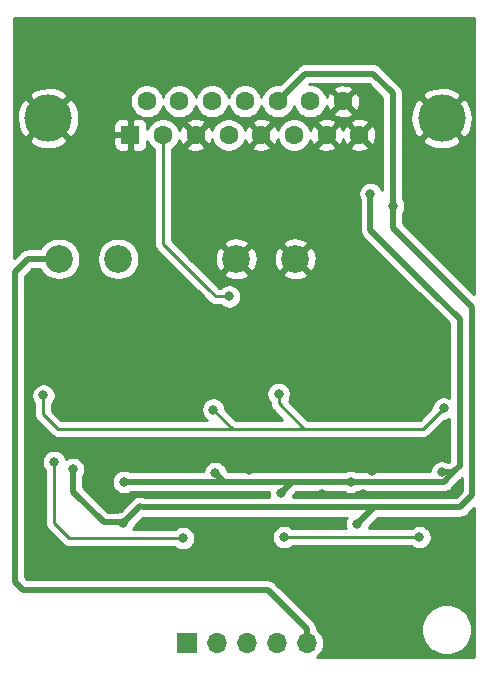
<source format=gbr>
G04 #@! TF.GenerationSoftware,KiCad,Pcbnew,(5.1.4)-1*
G04 #@! TF.CreationDate,2021-07-27T11:29:55-04:00*
G04 #@! TF.ProjectId,9000 Clock Module,39303030-2043-46c6-9f63-6b204d6f6475,rev?*
G04 #@! TF.SameCoordinates,Original*
G04 #@! TF.FileFunction,Copper,L2,Bot*
G04 #@! TF.FilePolarity,Positive*
%FSLAX46Y46*%
G04 Gerber Fmt 4.6, Leading zero omitted, Abs format (unit mm)*
G04 Created by KiCad (PCBNEW (5.1.4)-1) date 2021-07-27 11:29:55*
%MOMM*%
%LPD*%
G04 APERTURE LIST*
%ADD10C,2.350000*%
%ADD11O,1.700000X1.700000*%
%ADD12R,1.700000X1.700000*%
%ADD13R,1.600000X1.600000*%
%ADD14C,1.600000*%
%ADD15C,4.000000*%
%ADD16C,0.800000*%
%ADD17C,0.250000*%
%ADD18C,0.500000*%
%ADD19C,0.254000*%
G04 APERTURE END LIST*
D10*
X114950000Y-53230000D03*
X109950000Y-53230000D03*
X94950000Y-53230000D03*
X99950000Y-53230000D03*
D11*
X115910000Y-85750000D03*
X113370000Y-85750000D03*
X110830000Y-85750000D03*
X108290000Y-85750000D03*
D12*
X105750000Y-85750000D03*
D13*
X100990000Y-42730000D03*
D14*
X103760000Y-42730000D03*
X106530000Y-42730000D03*
X109300000Y-42730000D03*
X112070000Y-42730000D03*
X114840000Y-42730000D03*
X117610000Y-42730000D03*
X120380000Y-42730000D03*
X102375000Y-39890000D03*
X105145000Y-39890000D03*
X107915000Y-39890000D03*
X110685000Y-39890000D03*
X113455000Y-39890000D03*
X116225000Y-39890000D03*
X118995000Y-39890000D03*
D15*
X127335000Y-41310000D03*
X94035000Y-41310000D03*
D16*
X105436000Y-76860000D03*
X94530000Y-70420000D03*
X114010000Y-76780000D03*
X125470000Y-76790000D03*
X121450000Y-71160000D03*
X119540000Y-69280000D03*
X120930000Y-63340000D03*
X111060000Y-71060000D03*
X109580000Y-64360000D03*
X101370000Y-63640000D03*
X101430000Y-70300000D03*
X99390000Y-66440000D03*
X117240000Y-73110000D03*
X120660000Y-73120000D03*
X128980000Y-76090000D03*
X129030000Y-77190000D03*
X125550000Y-48890000D03*
X129440000Y-54180000D03*
X104270000Y-79450000D03*
X100360000Y-75560000D03*
X96130000Y-71030000D03*
X120190000Y-75670000D03*
X123210000Y-48760000D03*
X127360000Y-71300000D03*
X121310000Y-47720000D03*
X100450000Y-72100000D03*
X119640000Y-72100000D03*
X113730000Y-73050000D03*
X108180000Y-71370000D03*
X109360000Y-56410000D03*
X127510000Y-65890000D03*
X93620000Y-64780000D03*
X108010000Y-65980000D03*
X113550000Y-64650000D03*
D17*
X94530000Y-71780000D02*
X94530000Y-70420000D01*
X95780000Y-76860000D02*
X105436000Y-76860000D01*
X94530000Y-75610000D02*
X95780000Y-76860000D01*
X94530000Y-75610000D02*
X94530000Y-71780000D01*
X114010000Y-76780000D02*
X125460000Y-76780000D01*
X125460000Y-76780000D02*
X125470000Y-76790000D01*
X102070000Y-74250000D02*
X101970000Y-74150000D01*
D18*
X128930000Y-74250000D02*
X127200000Y-74250000D01*
X129940000Y-57300000D02*
X129940000Y-73240000D01*
X127200000Y-74250000D02*
X121840000Y-74250000D01*
D17*
X127510000Y-74250000D02*
X127200000Y-74250000D01*
D18*
X129940000Y-73240000D02*
X128930000Y-74250000D01*
X113455000Y-39890000D02*
X115805000Y-37540000D01*
X115805000Y-37540000D02*
X121520000Y-37540000D01*
X123190000Y-50550000D02*
X123225000Y-50585000D01*
X121520000Y-37540000D02*
X123190000Y-39210000D01*
X123190000Y-39210000D02*
X123190000Y-50550000D01*
X101820000Y-74150000D02*
X100440000Y-75530000D01*
D17*
X101970000Y-74150000D02*
X101820000Y-74150000D01*
D18*
X100440000Y-75530000D02*
X98730000Y-75530000D01*
X98730000Y-75530000D02*
X96130000Y-72930000D01*
X96130000Y-72930000D02*
X96130000Y-71030000D01*
X121840000Y-74250000D02*
X102070000Y-74250000D01*
X123225000Y-50585000D02*
X129940000Y-57300000D01*
D17*
X121610000Y-74250000D02*
X121840000Y-74250000D01*
D18*
X120190000Y-75670000D02*
X121610000Y-74250000D01*
X121310000Y-47720000D02*
X121310000Y-50760000D01*
X128870000Y-58320000D02*
X126640000Y-56090000D01*
X119640000Y-72100000D02*
X127520000Y-72100000D01*
X121310000Y-50760000D02*
X126640000Y-56090000D01*
D17*
X126640000Y-56090000D02*
X126890000Y-56340000D01*
D18*
X109590000Y-72100000D02*
X101700000Y-72100000D01*
X112560000Y-72100000D02*
X109590000Y-72100000D01*
X128870000Y-70750000D02*
X128870000Y-70510000D01*
X128870000Y-70510000D02*
X128870000Y-58320000D01*
D17*
X128320000Y-71300000D02*
X128480000Y-71140000D01*
D18*
X127360000Y-71300000D02*
X128320000Y-71300000D01*
X127520000Y-72100000D02*
X128480000Y-71140000D01*
X128480000Y-71140000D02*
X128870000Y-70750000D01*
D17*
X114690000Y-72100000D02*
X115000000Y-72100000D01*
D18*
X119640000Y-72100000D02*
X115000000Y-72100000D01*
X115000000Y-72100000D02*
X112560000Y-72100000D01*
X114680000Y-72100000D02*
X113730000Y-73050000D01*
D17*
X115000000Y-72100000D02*
X114680000Y-72100000D01*
D18*
X108910000Y-72100000D02*
X108180000Y-71370000D01*
D17*
X109590000Y-72100000D02*
X108910000Y-72100000D01*
D18*
X101700000Y-72100000D02*
X100450000Y-72100000D01*
X92312000Y-53230000D02*
X94950000Y-53230000D01*
X91186000Y-54356000D02*
X92312000Y-53230000D01*
X115910000Y-84547919D02*
X112612081Y-81250000D01*
X115910000Y-85750000D02*
X115910000Y-84547919D01*
X91872000Y-81250000D02*
X91186000Y-80564000D01*
X112612081Y-81250000D02*
X91872000Y-81250000D01*
X91186000Y-80564000D02*
X91186000Y-54356000D01*
D17*
X103760000Y-43861370D02*
X103760000Y-42730000D01*
X103760000Y-51954315D02*
X103760000Y-43861370D01*
X108215684Y-56410000D02*
X107642842Y-55837158D01*
X109360000Y-56410000D02*
X108215684Y-56410000D01*
X107642842Y-55837158D02*
X103760000Y-51954315D01*
X93620000Y-66400000D02*
X93620000Y-64780000D01*
X108010000Y-67610000D02*
X94830000Y-67610000D01*
X94830000Y-67610000D02*
X93620000Y-66400000D01*
X125790000Y-67610000D02*
X127510000Y-65890000D01*
X125110000Y-67610000D02*
X125790000Y-67610000D01*
X117310000Y-67610000D02*
X115690000Y-67610000D01*
X117310000Y-67610000D02*
X114760000Y-67610000D01*
X125110000Y-67610000D02*
X117310000Y-67610000D01*
X113550000Y-65470000D02*
X113550000Y-64650000D01*
X115690000Y-67610000D02*
X113550000Y-65470000D01*
X109640000Y-67610000D02*
X108010000Y-65980000D01*
X110730000Y-67610000D02*
X109640000Y-67610000D01*
X110730000Y-67610000D02*
X108010000Y-67610000D01*
X114760000Y-67610000D02*
X110730000Y-67610000D01*
D19*
G36*
X130110000Y-56218422D02*
G01*
X124075000Y-50183422D01*
X124075000Y-49328387D01*
X124127205Y-49250256D01*
X124205226Y-49061898D01*
X124245000Y-48861939D01*
X124245000Y-48658061D01*
X124205226Y-48458102D01*
X124127205Y-48269744D01*
X124075000Y-48191613D01*
X124075000Y-43157499D01*
X125667106Y-43157499D01*
X125883228Y-43524258D01*
X126343105Y-43764938D01*
X126841098Y-43911275D01*
X127358071Y-43957648D01*
X127874159Y-43902273D01*
X128369526Y-43747279D01*
X128786772Y-43524258D01*
X129002894Y-43157499D01*
X127335000Y-41489605D01*
X125667106Y-43157499D01*
X124075000Y-43157499D01*
X124075000Y-41333071D01*
X124687352Y-41333071D01*
X124742727Y-41849159D01*
X124897721Y-42344526D01*
X125120742Y-42761772D01*
X125487501Y-42977894D01*
X127155395Y-41310000D01*
X127514605Y-41310000D01*
X129182499Y-42977894D01*
X129549258Y-42761772D01*
X129789938Y-42301895D01*
X129936275Y-41803902D01*
X129982648Y-41286929D01*
X129927273Y-40770841D01*
X129772279Y-40275474D01*
X129549258Y-39858228D01*
X129182499Y-39642106D01*
X127514605Y-41310000D01*
X127155395Y-41310000D01*
X125487501Y-39642106D01*
X125120742Y-39858228D01*
X124880062Y-40318105D01*
X124733725Y-40816098D01*
X124687352Y-41333071D01*
X124075000Y-41333071D01*
X124075000Y-39462501D01*
X125667106Y-39462501D01*
X127335000Y-41130395D01*
X129002894Y-39462501D01*
X128786772Y-39095742D01*
X128326895Y-38855062D01*
X127828902Y-38708725D01*
X127311929Y-38662352D01*
X126795841Y-38717727D01*
X126300474Y-38872721D01*
X125883228Y-39095742D01*
X125667106Y-39462501D01*
X124075000Y-39462501D01*
X124075000Y-39253469D01*
X124079281Y-39210000D01*
X124075000Y-39166531D01*
X124075000Y-39166523D01*
X124062195Y-39036510D01*
X124019965Y-38897298D01*
X124011589Y-38869686D01*
X123929411Y-38715941D01*
X123846532Y-38614953D01*
X123846530Y-38614951D01*
X123818817Y-38581183D01*
X123785050Y-38553471D01*
X122176534Y-36944956D01*
X122148817Y-36911183D01*
X122014059Y-36800589D01*
X121860313Y-36718411D01*
X121693490Y-36667805D01*
X121563477Y-36655000D01*
X121563469Y-36655000D01*
X121520000Y-36650719D01*
X121476531Y-36655000D01*
X115848469Y-36655000D01*
X115805000Y-36650719D01*
X115761531Y-36655000D01*
X115761523Y-36655000D01*
X115631510Y-36667805D01*
X115464687Y-36718411D01*
X115310941Y-36800589D01*
X115209953Y-36883468D01*
X115209951Y-36883470D01*
X115176183Y-36911183D01*
X115148470Y-36944951D01*
X113631439Y-38461983D01*
X113596335Y-38455000D01*
X113313665Y-38455000D01*
X113036426Y-38510147D01*
X112775273Y-38618320D01*
X112540241Y-38775363D01*
X112340363Y-38975241D01*
X112183320Y-39210273D01*
X112075147Y-39471426D01*
X112070000Y-39497301D01*
X112064853Y-39471426D01*
X111956680Y-39210273D01*
X111799637Y-38975241D01*
X111599759Y-38775363D01*
X111364727Y-38618320D01*
X111103574Y-38510147D01*
X110826335Y-38455000D01*
X110543665Y-38455000D01*
X110266426Y-38510147D01*
X110005273Y-38618320D01*
X109770241Y-38775363D01*
X109570363Y-38975241D01*
X109413320Y-39210273D01*
X109305147Y-39471426D01*
X109300000Y-39497301D01*
X109294853Y-39471426D01*
X109186680Y-39210273D01*
X109029637Y-38975241D01*
X108829759Y-38775363D01*
X108594727Y-38618320D01*
X108333574Y-38510147D01*
X108056335Y-38455000D01*
X107773665Y-38455000D01*
X107496426Y-38510147D01*
X107235273Y-38618320D01*
X107000241Y-38775363D01*
X106800363Y-38975241D01*
X106643320Y-39210273D01*
X106535147Y-39471426D01*
X106530000Y-39497301D01*
X106524853Y-39471426D01*
X106416680Y-39210273D01*
X106259637Y-38975241D01*
X106059759Y-38775363D01*
X105824727Y-38618320D01*
X105563574Y-38510147D01*
X105286335Y-38455000D01*
X105003665Y-38455000D01*
X104726426Y-38510147D01*
X104465273Y-38618320D01*
X104230241Y-38775363D01*
X104030363Y-38975241D01*
X103873320Y-39210273D01*
X103765147Y-39471426D01*
X103760000Y-39497301D01*
X103754853Y-39471426D01*
X103646680Y-39210273D01*
X103489637Y-38975241D01*
X103289759Y-38775363D01*
X103054727Y-38618320D01*
X102793574Y-38510147D01*
X102516335Y-38455000D01*
X102233665Y-38455000D01*
X101956426Y-38510147D01*
X101695273Y-38618320D01*
X101460241Y-38775363D01*
X101260363Y-38975241D01*
X101103320Y-39210273D01*
X100995147Y-39471426D01*
X100940000Y-39748665D01*
X100940000Y-40031335D01*
X100995147Y-40308574D01*
X101103320Y-40569727D01*
X101260363Y-40804759D01*
X101460241Y-41004637D01*
X101695273Y-41161680D01*
X101956426Y-41269853D01*
X102233665Y-41325000D01*
X102516335Y-41325000D01*
X102793574Y-41269853D01*
X103054727Y-41161680D01*
X103289759Y-41004637D01*
X103489637Y-40804759D01*
X103646680Y-40569727D01*
X103754853Y-40308574D01*
X103760000Y-40282699D01*
X103765147Y-40308574D01*
X103873320Y-40569727D01*
X104030363Y-40804759D01*
X104230241Y-41004637D01*
X104465273Y-41161680D01*
X104726426Y-41269853D01*
X105003665Y-41325000D01*
X105286335Y-41325000D01*
X105563574Y-41269853D01*
X105824727Y-41161680D01*
X106059759Y-41004637D01*
X106259637Y-40804759D01*
X106416680Y-40569727D01*
X106524853Y-40308574D01*
X106530000Y-40282699D01*
X106535147Y-40308574D01*
X106643320Y-40569727D01*
X106800363Y-40804759D01*
X107000241Y-41004637D01*
X107235273Y-41161680D01*
X107496426Y-41269853D01*
X107773665Y-41325000D01*
X108056335Y-41325000D01*
X108333574Y-41269853D01*
X108594727Y-41161680D01*
X108829759Y-41004637D01*
X109029637Y-40804759D01*
X109186680Y-40569727D01*
X109294853Y-40308574D01*
X109300000Y-40282699D01*
X109305147Y-40308574D01*
X109413320Y-40569727D01*
X109570363Y-40804759D01*
X109770241Y-41004637D01*
X110005273Y-41161680D01*
X110266426Y-41269853D01*
X110543665Y-41325000D01*
X110826335Y-41325000D01*
X111103574Y-41269853D01*
X111364727Y-41161680D01*
X111599759Y-41004637D01*
X111799637Y-40804759D01*
X111956680Y-40569727D01*
X112064853Y-40308574D01*
X112070000Y-40282699D01*
X112075147Y-40308574D01*
X112183320Y-40569727D01*
X112340363Y-40804759D01*
X112540241Y-41004637D01*
X112775273Y-41161680D01*
X113036426Y-41269853D01*
X113313665Y-41325000D01*
X113596335Y-41325000D01*
X113873574Y-41269853D01*
X114134727Y-41161680D01*
X114369759Y-41004637D01*
X114569637Y-40804759D01*
X114726680Y-40569727D01*
X114834853Y-40308574D01*
X114840000Y-40282699D01*
X114845147Y-40308574D01*
X114953320Y-40569727D01*
X115110363Y-40804759D01*
X115310241Y-41004637D01*
X115545273Y-41161680D01*
X115806426Y-41269853D01*
X116083665Y-41325000D01*
X116366335Y-41325000D01*
X116643574Y-41269853D01*
X116904727Y-41161680D01*
X117139759Y-41004637D01*
X117261694Y-40882702D01*
X118181903Y-40882702D01*
X118253486Y-41126671D01*
X118508996Y-41247571D01*
X118783184Y-41316300D01*
X119065512Y-41330217D01*
X119345130Y-41288787D01*
X119611292Y-41193603D01*
X119736514Y-41126671D01*
X119808097Y-40882702D01*
X118995000Y-40069605D01*
X118181903Y-40882702D01*
X117261694Y-40882702D01*
X117339637Y-40804759D01*
X117496680Y-40569727D01*
X117604853Y-40308574D01*
X117610513Y-40280118D01*
X117691397Y-40506292D01*
X117758329Y-40631514D01*
X118002298Y-40703097D01*
X118815395Y-39890000D01*
X119174605Y-39890000D01*
X119987702Y-40703097D01*
X120231671Y-40631514D01*
X120352571Y-40376004D01*
X120421300Y-40101816D01*
X120435217Y-39819488D01*
X120393787Y-39539870D01*
X120298603Y-39273708D01*
X120231671Y-39148486D01*
X119987702Y-39076903D01*
X119174605Y-39890000D01*
X118815395Y-39890000D01*
X118002298Y-39076903D01*
X117758329Y-39148486D01*
X117637429Y-39403996D01*
X117611788Y-39506289D01*
X117604853Y-39471426D01*
X117496680Y-39210273D01*
X117339637Y-38975241D01*
X117261694Y-38897298D01*
X118181903Y-38897298D01*
X118995000Y-39710395D01*
X119808097Y-38897298D01*
X119736514Y-38653329D01*
X119481004Y-38532429D01*
X119206816Y-38463700D01*
X118924488Y-38449783D01*
X118644870Y-38491213D01*
X118378708Y-38586397D01*
X118253486Y-38653329D01*
X118181903Y-38897298D01*
X117261694Y-38897298D01*
X117139759Y-38775363D01*
X116904727Y-38618320D01*
X116643574Y-38510147D01*
X116366335Y-38455000D01*
X116141579Y-38455000D01*
X116171579Y-38425000D01*
X121153422Y-38425000D01*
X122305000Y-39576579D01*
X122305001Y-47417558D01*
X122227205Y-47229744D01*
X122113937Y-47060226D01*
X121969774Y-46916063D01*
X121800256Y-46802795D01*
X121611898Y-46724774D01*
X121411939Y-46685000D01*
X121208061Y-46685000D01*
X121008102Y-46724774D01*
X120819744Y-46802795D01*
X120650226Y-46916063D01*
X120506063Y-47060226D01*
X120392795Y-47229744D01*
X120314774Y-47418102D01*
X120275000Y-47618061D01*
X120275000Y-47821939D01*
X120314774Y-48021898D01*
X120392795Y-48210256D01*
X120425000Y-48258455D01*
X120425001Y-50716521D01*
X120420719Y-50760000D01*
X120437805Y-50933490D01*
X120488412Y-51100313D01*
X120570590Y-51254059D01*
X120653468Y-51355046D01*
X120653471Y-51355049D01*
X120681184Y-51388817D01*
X120714952Y-51416530D01*
X126044953Y-56746532D01*
X126044958Y-56746536D01*
X127985001Y-58686580D01*
X127985000Y-64966476D01*
X127811898Y-64894774D01*
X127611939Y-64855000D01*
X127408061Y-64855000D01*
X127208102Y-64894774D01*
X127019744Y-64972795D01*
X126850226Y-65086063D01*
X126706063Y-65230226D01*
X126592795Y-65399744D01*
X126514774Y-65588102D01*
X126475000Y-65788061D01*
X126475000Y-65850198D01*
X125475199Y-66850000D01*
X116004802Y-66850000D01*
X114398252Y-65243451D01*
X114467205Y-65140256D01*
X114545226Y-64951898D01*
X114585000Y-64751939D01*
X114585000Y-64548061D01*
X114545226Y-64348102D01*
X114467205Y-64159744D01*
X114353937Y-63990226D01*
X114209774Y-63846063D01*
X114040256Y-63732795D01*
X113851898Y-63654774D01*
X113651939Y-63615000D01*
X113448061Y-63615000D01*
X113248102Y-63654774D01*
X113059744Y-63732795D01*
X112890226Y-63846063D01*
X112746063Y-63990226D01*
X112632795Y-64159744D01*
X112554774Y-64348102D01*
X112515000Y-64548061D01*
X112515000Y-64751939D01*
X112554774Y-64951898D01*
X112632795Y-65140256D01*
X112746063Y-65309774D01*
X112790000Y-65353711D01*
X112790000Y-65432678D01*
X112786324Y-65470000D01*
X112790000Y-65507322D01*
X112790000Y-65507332D01*
X112800997Y-65618985D01*
X112838014Y-65741015D01*
X112844454Y-65762246D01*
X112915026Y-65894276D01*
X112954871Y-65942826D01*
X113009999Y-66010001D01*
X113039003Y-66033804D01*
X113855199Y-66850000D01*
X109954802Y-66850000D01*
X109045000Y-65940199D01*
X109045000Y-65878061D01*
X109005226Y-65678102D01*
X108927205Y-65489744D01*
X108813937Y-65320226D01*
X108669774Y-65176063D01*
X108500256Y-65062795D01*
X108311898Y-64984774D01*
X108111939Y-64945000D01*
X107908061Y-64945000D01*
X107708102Y-64984774D01*
X107519744Y-65062795D01*
X107350226Y-65176063D01*
X107206063Y-65320226D01*
X107092795Y-65489744D01*
X107014774Y-65678102D01*
X106975000Y-65878061D01*
X106975000Y-66081939D01*
X107014774Y-66281898D01*
X107092795Y-66470256D01*
X107206063Y-66639774D01*
X107350226Y-66783937D01*
X107449097Y-66850000D01*
X95144803Y-66850000D01*
X94380000Y-66085199D01*
X94380000Y-65483711D01*
X94423937Y-65439774D01*
X94537205Y-65270256D01*
X94615226Y-65081898D01*
X94655000Y-64881939D01*
X94655000Y-64678061D01*
X94615226Y-64478102D01*
X94537205Y-64289744D01*
X94423937Y-64120226D01*
X94279774Y-63976063D01*
X94110256Y-63862795D01*
X93921898Y-63784774D01*
X93721939Y-63745000D01*
X93518061Y-63745000D01*
X93318102Y-63784774D01*
X93129744Y-63862795D01*
X92960226Y-63976063D01*
X92816063Y-64120226D01*
X92702795Y-64289744D01*
X92624774Y-64478102D01*
X92585000Y-64678061D01*
X92585000Y-64881939D01*
X92624774Y-65081898D01*
X92702795Y-65270256D01*
X92816063Y-65439774D01*
X92860001Y-65483712D01*
X92860000Y-66362677D01*
X92856324Y-66400000D01*
X92860000Y-66437322D01*
X92860000Y-66437332D01*
X92870997Y-66548985D01*
X92898537Y-66639774D01*
X92914454Y-66692246D01*
X92985026Y-66824276D01*
X93024871Y-66872826D01*
X93079999Y-66940001D01*
X93109002Y-66963803D01*
X94266205Y-68121008D01*
X94289999Y-68150001D01*
X94318992Y-68173795D01*
X94318996Y-68173799D01*
X94389685Y-68231811D01*
X94405724Y-68244974D01*
X94537753Y-68315546D01*
X94681014Y-68359003D01*
X94792667Y-68370000D01*
X94792676Y-68370000D01*
X94829999Y-68373676D01*
X94867322Y-68370000D01*
X109602676Y-68370000D01*
X109639999Y-68373676D01*
X109677322Y-68370000D01*
X115652676Y-68370000D01*
X115689999Y-68373676D01*
X115727322Y-68370000D01*
X125752678Y-68370000D01*
X125790000Y-68373676D01*
X125827322Y-68370000D01*
X125827333Y-68370000D01*
X125938986Y-68359003D01*
X126082247Y-68315546D01*
X126214276Y-68244974D01*
X126330001Y-68150001D01*
X126353804Y-68120997D01*
X127549802Y-66925000D01*
X127611939Y-66925000D01*
X127811898Y-66885226D01*
X127985000Y-66813524D01*
X127985000Y-70383422D01*
X127953422Y-70415000D01*
X127898454Y-70415000D01*
X127850256Y-70382795D01*
X127661898Y-70304774D01*
X127461939Y-70265000D01*
X127258061Y-70265000D01*
X127058102Y-70304774D01*
X126869744Y-70382795D01*
X126700226Y-70496063D01*
X126556063Y-70640226D01*
X126442795Y-70809744D01*
X126364774Y-70998102D01*
X126325000Y-71198061D01*
X126325000Y-71215000D01*
X120178454Y-71215000D01*
X120130256Y-71182795D01*
X119941898Y-71104774D01*
X119741939Y-71065000D01*
X119538061Y-71065000D01*
X119338102Y-71104774D01*
X119149744Y-71182795D01*
X119101546Y-71215000D01*
X114723469Y-71215000D01*
X114680000Y-71210719D01*
X114636531Y-71215000D01*
X109276579Y-71215000D01*
X109186535Y-71124956D01*
X109175226Y-71068102D01*
X109097205Y-70879744D01*
X108983937Y-70710226D01*
X108839774Y-70566063D01*
X108670256Y-70452795D01*
X108481898Y-70374774D01*
X108281939Y-70335000D01*
X108078061Y-70335000D01*
X107878102Y-70374774D01*
X107689744Y-70452795D01*
X107520226Y-70566063D01*
X107376063Y-70710226D01*
X107262795Y-70879744D01*
X107184774Y-71068102D01*
X107155554Y-71215000D01*
X100988454Y-71215000D01*
X100940256Y-71182795D01*
X100751898Y-71104774D01*
X100551939Y-71065000D01*
X100348061Y-71065000D01*
X100148102Y-71104774D01*
X99959744Y-71182795D01*
X99790226Y-71296063D01*
X99646063Y-71440226D01*
X99532795Y-71609744D01*
X99454774Y-71798102D01*
X99415000Y-71998061D01*
X99415000Y-72201939D01*
X99454774Y-72401898D01*
X99532795Y-72590256D01*
X99646063Y-72759774D01*
X99790226Y-72903937D01*
X99959744Y-73017205D01*
X100148102Y-73095226D01*
X100348061Y-73135000D01*
X100551939Y-73135000D01*
X100751898Y-73095226D01*
X100940256Y-73017205D01*
X100988454Y-72985000D01*
X108866531Y-72985000D01*
X108910000Y-72989281D01*
X108953469Y-72985000D01*
X112695000Y-72985000D01*
X112695000Y-73151939D01*
X112734774Y-73351898D01*
X112740201Y-73365000D01*
X102228766Y-73365000D01*
X102160313Y-73328412D01*
X101993490Y-73277805D01*
X101820000Y-73260719D01*
X101646510Y-73277805D01*
X101479686Y-73328412D01*
X101325941Y-73410589D01*
X101224953Y-73493468D01*
X100177372Y-74541050D01*
X100058102Y-74564774D01*
X99869744Y-74642795D01*
X99866444Y-74645000D01*
X99096579Y-74645000D01*
X97015000Y-72563422D01*
X97015000Y-71568454D01*
X97047205Y-71520256D01*
X97125226Y-71331898D01*
X97165000Y-71131939D01*
X97165000Y-70928061D01*
X97125226Y-70728102D01*
X97047205Y-70539744D01*
X96933937Y-70370226D01*
X96789774Y-70226063D01*
X96620256Y-70112795D01*
X96431898Y-70034774D01*
X96231939Y-69995000D01*
X96028061Y-69995000D01*
X95828102Y-70034774D01*
X95639744Y-70112795D01*
X95537729Y-70180959D01*
X95525226Y-70118102D01*
X95447205Y-69929744D01*
X95333937Y-69760226D01*
X95189774Y-69616063D01*
X95020256Y-69502795D01*
X94831898Y-69424774D01*
X94631939Y-69385000D01*
X94428061Y-69385000D01*
X94228102Y-69424774D01*
X94039744Y-69502795D01*
X93870226Y-69616063D01*
X93726063Y-69760226D01*
X93612795Y-69929744D01*
X93534774Y-70118102D01*
X93495000Y-70318061D01*
X93495000Y-70521939D01*
X93534774Y-70721898D01*
X93612795Y-70910256D01*
X93726063Y-71079774D01*
X93770000Y-71123711D01*
X93770000Y-71817332D01*
X93770001Y-71817342D01*
X93770000Y-75572677D01*
X93766324Y-75610000D01*
X93770000Y-75647322D01*
X93770000Y-75647332D01*
X93780997Y-75758985D01*
X93815520Y-75872795D01*
X93824454Y-75902246D01*
X93895026Y-76034276D01*
X93928000Y-76074454D01*
X93989999Y-76150001D01*
X94019003Y-76173804D01*
X95216201Y-77371003D01*
X95239999Y-77400001D01*
X95268997Y-77423799D01*
X95355723Y-77494974D01*
X95438093Y-77539002D01*
X95487753Y-77565546D01*
X95631014Y-77609003D01*
X95742667Y-77620000D01*
X95742677Y-77620000D01*
X95780000Y-77623676D01*
X95817323Y-77620000D01*
X104732289Y-77620000D01*
X104776226Y-77663937D01*
X104945744Y-77777205D01*
X105134102Y-77855226D01*
X105334061Y-77895000D01*
X105537939Y-77895000D01*
X105737898Y-77855226D01*
X105926256Y-77777205D01*
X106095774Y-77663937D01*
X106239937Y-77519774D01*
X106353205Y-77350256D01*
X106431226Y-77161898D01*
X106471000Y-76961939D01*
X106471000Y-76758061D01*
X106431226Y-76558102D01*
X106353205Y-76369744D01*
X106239937Y-76200226D01*
X106095774Y-76056063D01*
X105926256Y-75942795D01*
X105737898Y-75864774D01*
X105537939Y-75825000D01*
X105334061Y-75825000D01*
X105134102Y-75864774D01*
X104945744Y-75942795D01*
X104776226Y-76056063D01*
X104732289Y-76100000D01*
X101243967Y-76100000D01*
X101277205Y-76050256D01*
X101352076Y-75869502D01*
X102086579Y-75135000D01*
X119302692Y-75135000D01*
X119272795Y-75179744D01*
X119194774Y-75368102D01*
X119155000Y-75568061D01*
X119155000Y-75771939D01*
X119194774Y-75971898D01*
X119214699Y-76020000D01*
X114713711Y-76020000D01*
X114669774Y-75976063D01*
X114500256Y-75862795D01*
X114311898Y-75784774D01*
X114111939Y-75745000D01*
X113908061Y-75745000D01*
X113708102Y-75784774D01*
X113519744Y-75862795D01*
X113350226Y-75976063D01*
X113206063Y-76120226D01*
X113092795Y-76289744D01*
X113014774Y-76478102D01*
X112975000Y-76678061D01*
X112975000Y-76881939D01*
X113014774Y-77081898D01*
X113092795Y-77270256D01*
X113206063Y-77439774D01*
X113350226Y-77583937D01*
X113519744Y-77697205D01*
X113708102Y-77775226D01*
X113908061Y-77815000D01*
X114111939Y-77815000D01*
X114311898Y-77775226D01*
X114500256Y-77697205D01*
X114669774Y-77583937D01*
X114713711Y-77540000D01*
X124756289Y-77540000D01*
X124810226Y-77593937D01*
X124979744Y-77707205D01*
X125168102Y-77785226D01*
X125368061Y-77825000D01*
X125571939Y-77825000D01*
X125771898Y-77785226D01*
X125960256Y-77707205D01*
X126129774Y-77593937D01*
X126273937Y-77449774D01*
X126387205Y-77280256D01*
X126465226Y-77091898D01*
X126505000Y-76891939D01*
X126505000Y-76688061D01*
X126465226Y-76488102D01*
X126387205Y-76299744D01*
X126273937Y-76130226D01*
X126129774Y-75986063D01*
X125960256Y-75872795D01*
X125771898Y-75794774D01*
X125571939Y-75755000D01*
X125368061Y-75755000D01*
X125168102Y-75794774D01*
X124979744Y-75872795D01*
X124810226Y-75986063D01*
X124776289Y-76020000D01*
X121165301Y-76020000D01*
X121185226Y-75971898D01*
X121196535Y-75915043D01*
X121976579Y-75135000D01*
X128886531Y-75135000D01*
X128930000Y-75139281D01*
X128973469Y-75135000D01*
X128973477Y-75135000D01*
X129103490Y-75122195D01*
X129270313Y-75071589D01*
X129424059Y-74989411D01*
X129558817Y-74878817D01*
X129586534Y-74845044D01*
X130110001Y-74321578D01*
X130110001Y-86970000D01*
X116764244Y-86970000D01*
X116965134Y-86805134D01*
X117150706Y-86579014D01*
X117288599Y-86321034D01*
X117373513Y-86041111D01*
X117402185Y-85750000D01*
X117373513Y-85458889D01*
X117288599Y-85178966D01*
X117150706Y-84920986D01*
X116965134Y-84694866D01*
X116798294Y-84557944D01*
X116799281Y-84547919D01*
X116795000Y-84504450D01*
X116795000Y-84504442D01*
X116786322Y-84416323D01*
X125600497Y-84416323D01*
X125600497Y-84843677D01*
X125683870Y-85262821D01*
X125847412Y-85657645D01*
X126084837Y-86012977D01*
X126387023Y-86315163D01*
X126742355Y-86552588D01*
X127137179Y-86716130D01*
X127556323Y-86799503D01*
X127983677Y-86799503D01*
X128402821Y-86716130D01*
X128797645Y-86552588D01*
X129152977Y-86315163D01*
X129455163Y-86012977D01*
X129692588Y-85657645D01*
X129856130Y-85262821D01*
X129939503Y-84843677D01*
X129939503Y-84416323D01*
X129856130Y-83997179D01*
X129692588Y-83602355D01*
X129455163Y-83247023D01*
X129152977Y-82944837D01*
X128797645Y-82707412D01*
X128402821Y-82543870D01*
X127983677Y-82460497D01*
X127556323Y-82460497D01*
X127137179Y-82543870D01*
X126742355Y-82707412D01*
X126387023Y-82944837D01*
X126084837Y-83247023D01*
X125847412Y-83602355D01*
X125683870Y-83997179D01*
X125600497Y-84416323D01*
X116786322Y-84416323D01*
X116782195Y-84374429D01*
X116731589Y-84207606D01*
X116649411Y-84053860D01*
X116538817Y-83919102D01*
X116505049Y-83891389D01*
X113268615Y-80654956D01*
X113240898Y-80621183D01*
X113106140Y-80510589D01*
X112952394Y-80428411D01*
X112785571Y-80377805D01*
X112655558Y-80365000D01*
X112655550Y-80365000D01*
X112612081Y-80360719D01*
X112568612Y-80365000D01*
X92238579Y-80365000D01*
X92071000Y-80197422D01*
X92071000Y-54722578D01*
X92678579Y-54115000D01*
X93364469Y-54115000D01*
X93544081Y-54383808D01*
X93796192Y-54635919D01*
X94092643Y-54834001D01*
X94422042Y-54970443D01*
X94771731Y-55040000D01*
X95128269Y-55040000D01*
X95477958Y-54970443D01*
X95807357Y-54834001D01*
X96103808Y-54635919D01*
X96355919Y-54383808D01*
X96554001Y-54087357D01*
X96690443Y-53757958D01*
X96760000Y-53408269D01*
X96760000Y-53051731D01*
X98140000Y-53051731D01*
X98140000Y-53408269D01*
X98209557Y-53757958D01*
X98345999Y-54087357D01*
X98544081Y-54383808D01*
X98796192Y-54635919D01*
X99092643Y-54834001D01*
X99422042Y-54970443D01*
X99771731Y-55040000D01*
X100128269Y-55040000D01*
X100477958Y-54970443D01*
X100807357Y-54834001D01*
X101103808Y-54635919D01*
X101355919Y-54383808D01*
X101554001Y-54087357D01*
X101690443Y-53757958D01*
X101760000Y-53408269D01*
X101760000Y-53051731D01*
X101690443Y-52702042D01*
X101554001Y-52372643D01*
X101355919Y-52076192D01*
X101103808Y-51824081D01*
X100807357Y-51625999D01*
X100477958Y-51489557D01*
X100128269Y-51420000D01*
X99771731Y-51420000D01*
X99422042Y-51489557D01*
X99092643Y-51625999D01*
X98796192Y-51824081D01*
X98544081Y-52076192D01*
X98345999Y-52372643D01*
X98209557Y-52702042D01*
X98140000Y-53051731D01*
X96760000Y-53051731D01*
X96690443Y-52702042D01*
X96554001Y-52372643D01*
X96355919Y-52076192D01*
X96103808Y-51824081D01*
X95807357Y-51625999D01*
X95477958Y-51489557D01*
X95128269Y-51420000D01*
X94771731Y-51420000D01*
X94422042Y-51489557D01*
X94092643Y-51625999D01*
X93796192Y-51824081D01*
X93544081Y-52076192D01*
X93364469Y-52345000D01*
X92355465Y-52345000D01*
X92311999Y-52340719D01*
X92268533Y-52345000D01*
X92268523Y-52345000D01*
X92138510Y-52357805D01*
X91971687Y-52408411D01*
X91817941Y-52490589D01*
X91817939Y-52490590D01*
X91817940Y-52490590D01*
X91716953Y-52573468D01*
X91716951Y-52573470D01*
X91683183Y-52601183D01*
X91655470Y-52634951D01*
X91170000Y-53120421D01*
X91170000Y-43157499D01*
X92367106Y-43157499D01*
X92583228Y-43524258D01*
X93043105Y-43764938D01*
X93541098Y-43911275D01*
X94058071Y-43957648D01*
X94574159Y-43902273D01*
X95069526Y-43747279D01*
X95476029Y-43530000D01*
X99551928Y-43530000D01*
X99564188Y-43654482D01*
X99600498Y-43774180D01*
X99659463Y-43884494D01*
X99738815Y-43981185D01*
X99835506Y-44060537D01*
X99945820Y-44119502D01*
X100065518Y-44155812D01*
X100190000Y-44168072D01*
X100704250Y-44165000D01*
X100863000Y-44006250D01*
X100863000Y-42857000D01*
X99713750Y-42857000D01*
X99555000Y-43015750D01*
X99551928Y-43530000D01*
X95476029Y-43530000D01*
X95486772Y-43524258D01*
X95702894Y-43157499D01*
X94035000Y-41489605D01*
X92367106Y-43157499D01*
X91170000Y-43157499D01*
X91170000Y-41333071D01*
X91387352Y-41333071D01*
X91442727Y-41849159D01*
X91597721Y-42344526D01*
X91820742Y-42761772D01*
X92187501Y-42977894D01*
X93855395Y-41310000D01*
X94214605Y-41310000D01*
X95882499Y-42977894D01*
X96249258Y-42761772D01*
X96489938Y-42301895D01*
X96599220Y-41930000D01*
X99551928Y-41930000D01*
X99555000Y-42444250D01*
X99713750Y-42603000D01*
X100863000Y-42603000D01*
X100863000Y-41453750D01*
X101117000Y-41453750D01*
X101117000Y-42603000D01*
X101137000Y-42603000D01*
X101137000Y-42857000D01*
X101117000Y-42857000D01*
X101117000Y-44006250D01*
X101275750Y-44165000D01*
X101790000Y-44168072D01*
X101914482Y-44155812D01*
X102034180Y-44119502D01*
X102144494Y-44060537D01*
X102241185Y-43981185D01*
X102320537Y-43884494D01*
X102379502Y-43774180D01*
X102415812Y-43654482D01*
X102428072Y-43530000D01*
X102426461Y-43260387D01*
X102488320Y-43409727D01*
X102645363Y-43644759D01*
X102845241Y-43844637D01*
X103000001Y-43948044D01*
X103000000Y-51916992D01*
X102996324Y-51954315D01*
X103000000Y-51991637D01*
X103000000Y-51991647D01*
X103010997Y-52103300D01*
X103054454Y-52246561D01*
X103125026Y-52378591D01*
X103149499Y-52408411D01*
X103219999Y-52494316D01*
X103249003Y-52518119D01*
X107131839Y-56400957D01*
X107131844Y-56400961D01*
X107651884Y-56921002D01*
X107675683Y-56950001D01*
X107707767Y-56976332D01*
X107791407Y-57044974D01*
X107873777Y-57089002D01*
X107923437Y-57115546D01*
X108066698Y-57159003D01*
X108178351Y-57170000D01*
X108178361Y-57170000D01*
X108215684Y-57173676D01*
X108253007Y-57170000D01*
X108656289Y-57170000D01*
X108700226Y-57213937D01*
X108869744Y-57327205D01*
X109058102Y-57405226D01*
X109258061Y-57445000D01*
X109461939Y-57445000D01*
X109661898Y-57405226D01*
X109850256Y-57327205D01*
X110019774Y-57213937D01*
X110163937Y-57069774D01*
X110277205Y-56900256D01*
X110355226Y-56711898D01*
X110395000Y-56511939D01*
X110395000Y-56308061D01*
X110355226Y-56108102D01*
X110277205Y-55919744D01*
X110163937Y-55750226D01*
X110019774Y-55606063D01*
X109850256Y-55492795D01*
X109661898Y-55414774D01*
X109461939Y-55375000D01*
X109258061Y-55375000D01*
X109058102Y-55414774D01*
X108869744Y-55492795D01*
X108700226Y-55606063D01*
X108656289Y-55650000D01*
X108530486Y-55650000D01*
X108206645Y-55326160D01*
X108206641Y-55326155D01*
X107370651Y-54490165D01*
X108869440Y-54490165D01*
X108986315Y-54772464D01*
X109305751Y-54930832D01*
X109649946Y-55023837D01*
X110005672Y-55047906D01*
X110359259Y-55002115D01*
X110697118Y-54888222D01*
X110913685Y-54772464D01*
X111030560Y-54490165D01*
X113869440Y-54490165D01*
X113986315Y-54772464D01*
X114305751Y-54930832D01*
X114649946Y-55023837D01*
X115005672Y-55047906D01*
X115359259Y-55002115D01*
X115697118Y-54888222D01*
X115913685Y-54772464D01*
X116030560Y-54490165D01*
X114950000Y-53409605D01*
X113869440Y-54490165D01*
X111030560Y-54490165D01*
X109950000Y-53409605D01*
X108869440Y-54490165D01*
X107370651Y-54490165D01*
X106166158Y-53285672D01*
X108132094Y-53285672D01*
X108177885Y-53639259D01*
X108291778Y-53977118D01*
X108407536Y-54193685D01*
X108689835Y-54310560D01*
X109770395Y-53230000D01*
X110129605Y-53230000D01*
X111210165Y-54310560D01*
X111492464Y-54193685D01*
X111650832Y-53874249D01*
X111743837Y-53530054D01*
X111760372Y-53285672D01*
X113132094Y-53285672D01*
X113177885Y-53639259D01*
X113291778Y-53977118D01*
X113407536Y-54193685D01*
X113689835Y-54310560D01*
X114770395Y-53230000D01*
X115129605Y-53230000D01*
X116210165Y-54310560D01*
X116492464Y-54193685D01*
X116650832Y-53874249D01*
X116743837Y-53530054D01*
X116767906Y-53174328D01*
X116722115Y-52820741D01*
X116608222Y-52482882D01*
X116492464Y-52266315D01*
X116210165Y-52149440D01*
X115129605Y-53230000D01*
X114770395Y-53230000D01*
X113689835Y-52149440D01*
X113407536Y-52266315D01*
X113249168Y-52585751D01*
X113156163Y-52929946D01*
X113132094Y-53285672D01*
X111760372Y-53285672D01*
X111767906Y-53174328D01*
X111722115Y-52820741D01*
X111608222Y-52482882D01*
X111492464Y-52266315D01*
X111210165Y-52149440D01*
X110129605Y-53230000D01*
X109770395Y-53230000D01*
X108689835Y-52149440D01*
X108407536Y-52266315D01*
X108249168Y-52585751D01*
X108156163Y-52929946D01*
X108132094Y-53285672D01*
X106166158Y-53285672D01*
X104850321Y-51969835D01*
X108869440Y-51969835D01*
X109950000Y-53050395D01*
X111030560Y-51969835D01*
X113869440Y-51969835D01*
X114950000Y-53050395D01*
X116030560Y-51969835D01*
X115913685Y-51687536D01*
X115594249Y-51529168D01*
X115250054Y-51436163D01*
X114894328Y-51412094D01*
X114540741Y-51457885D01*
X114202882Y-51571778D01*
X113986315Y-51687536D01*
X113869440Y-51969835D01*
X111030560Y-51969835D01*
X110913685Y-51687536D01*
X110594249Y-51529168D01*
X110250054Y-51436163D01*
X109894328Y-51412094D01*
X109540741Y-51457885D01*
X109202882Y-51571778D01*
X108986315Y-51687536D01*
X108869440Y-51969835D01*
X104850321Y-51969835D01*
X104520000Y-51639514D01*
X104520000Y-43948043D01*
X104674759Y-43844637D01*
X104796694Y-43722702D01*
X105716903Y-43722702D01*
X105788486Y-43966671D01*
X106043996Y-44087571D01*
X106318184Y-44156300D01*
X106600512Y-44170217D01*
X106880130Y-44128787D01*
X107146292Y-44033603D01*
X107271514Y-43966671D01*
X107343097Y-43722702D01*
X106530000Y-42909605D01*
X105716903Y-43722702D01*
X104796694Y-43722702D01*
X104874637Y-43644759D01*
X105031680Y-43409727D01*
X105139853Y-43148574D01*
X105145513Y-43120118D01*
X105226397Y-43346292D01*
X105293329Y-43471514D01*
X105537298Y-43543097D01*
X106350395Y-42730000D01*
X106709605Y-42730000D01*
X107522702Y-43543097D01*
X107766671Y-43471514D01*
X107887571Y-43216004D01*
X107913212Y-43113711D01*
X107920147Y-43148574D01*
X108028320Y-43409727D01*
X108185363Y-43644759D01*
X108385241Y-43844637D01*
X108620273Y-44001680D01*
X108881426Y-44109853D01*
X109158665Y-44165000D01*
X109441335Y-44165000D01*
X109718574Y-44109853D01*
X109979727Y-44001680D01*
X110214759Y-43844637D01*
X110336694Y-43722702D01*
X111256903Y-43722702D01*
X111328486Y-43966671D01*
X111583996Y-44087571D01*
X111858184Y-44156300D01*
X112140512Y-44170217D01*
X112420130Y-44128787D01*
X112686292Y-44033603D01*
X112811514Y-43966671D01*
X112883097Y-43722702D01*
X112070000Y-42909605D01*
X111256903Y-43722702D01*
X110336694Y-43722702D01*
X110414637Y-43644759D01*
X110571680Y-43409727D01*
X110679853Y-43148574D01*
X110685513Y-43120118D01*
X110766397Y-43346292D01*
X110833329Y-43471514D01*
X111077298Y-43543097D01*
X111890395Y-42730000D01*
X112249605Y-42730000D01*
X113062702Y-43543097D01*
X113306671Y-43471514D01*
X113427571Y-43216004D01*
X113453212Y-43113711D01*
X113460147Y-43148574D01*
X113568320Y-43409727D01*
X113725363Y-43644759D01*
X113925241Y-43844637D01*
X114160273Y-44001680D01*
X114421426Y-44109853D01*
X114698665Y-44165000D01*
X114981335Y-44165000D01*
X115258574Y-44109853D01*
X115519727Y-44001680D01*
X115754759Y-43844637D01*
X115876694Y-43722702D01*
X116796903Y-43722702D01*
X116868486Y-43966671D01*
X117123996Y-44087571D01*
X117398184Y-44156300D01*
X117680512Y-44170217D01*
X117960130Y-44128787D01*
X118226292Y-44033603D01*
X118351514Y-43966671D01*
X118423097Y-43722702D01*
X119566903Y-43722702D01*
X119638486Y-43966671D01*
X119893996Y-44087571D01*
X120168184Y-44156300D01*
X120450512Y-44170217D01*
X120730130Y-44128787D01*
X120996292Y-44033603D01*
X121121514Y-43966671D01*
X121193097Y-43722702D01*
X120380000Y-42909605D01*
X119566903Y-43722702D01*
X118423097Y-43722702D01*
X117610000Y-42909605D01*
X116796903Y-43722702D01*
X115876694Y-43722702D01*
X115954637Y-43644759D01*
X116111680Y-43409727D01*
X116219853Y-43148574D01*
X116225513Y-43120118D01*
X116306397Y-43346292D01*
X116373329Y-43471514D01*
X116617298Y-43543097D01*
X117430395Y-42730000D01*
X117789605Y-42730000D01*
X118602702Y-43543097D01*
X118846671Y-43471514D01*
X118967571Y-43216004D01*
X118993216Y-43113695D01*
X119076397Y-43346292D01*
X119143329Y-43471514D01*
X119387298Y-43543097D01*
X120200395Y-42730000D01*
X120559605Y-42730000D01*
X121372702Y-43543097D01*
X121616671Y-43471514D01*
X121737571Y-43216004D01*
X121806300Y-42941816D01*
X121820217Y-42659488D01*
X121778787Y-42379870D01*
X121683603Y-42113708D01*
X121616671Y-41988486D01*
X121372702Y-41916903D01*
X120559605Y-42730000D01*
X120200395Y-42730000D01*
X119387298Y-41916903D01*
X119143329Y-41988486D01*
X119022429Y-42243996D01*
X118996784Y-42346305D01*
X118913603Y-42113708D01*
X118846671Y-41988486D01*
X118602702Y-41916903D01*
X117789605Y-42730000D01*
X117430395Y-42730000D01*
X116617298Y-41916903D01*
X116373329Y-41988486D01*
X116252429Y-42243996D01*
X116226788Y-42346289D01*
X116219853Y-42311426D01*
X116111680Y-42050273D01*
X115954637Y-41815241D01*
X115876694Y-41737298D01*
X116796903Y-41737298D01*
X117610000Y-42550395D01*
X118423097Y-41737298D01*
X119566903Y-41737298D01*
X120380000Y-42550395D01*
X121193097Y-41737298D01*
X121121514Y-41493329D01*
X120866004Y-41372429D01*
X120591816Y-41303700D01*
X120309488Y-41289783D01*
X120029870Y-41331213D01*
X119763708Y-41426397D01*
X119638486Y-41493329D01*
X119566903Y-41737298D01*
X118423097Y-41737298D01*
X118351514Y-41493329D01*
X118096004Y-41372429D01*
X117821816Y-41303700D01*
X117539488Y-41289783D01*
X117259870Y-41331213D01*
X116993708Y-41426397D01*
X116868486Y-41493329D01*
X116796903Y-41737298D01*
X115876694Y-41737298D01*
X115754759Y-41615363D01*
X115519727Y-41458320D01*
X115258574Y-41350147D01*
X114981335Y-41295000D01*
X114698665Y-41295000D01*
X114421426Y-41350147D01*
X114160273Y-41458320D01*
X113925241Y-41615363D01*
X113725363Y-41815241D01*
X113568320Y-42050273D01*
X113460147Y-42311426D01*
X113454487Y-42339882D01*
X113373603Y-42113708D01*
X113306671Y-41988486D01*
X113062702Y-41916903D01*
X112249605Y-42730000D01*
X111890395Y-42730000D01*
X111077298Y-41916903D01*
X110833329Y-41988486D01*
X110712429Y-42243996D01*
X110686788Y-42346289D01*
X110679853Y-42311426D01*
X110571680Y-42050273D01*
X110414637Y-41815241D01*
X110336694Y-41737298D01*
X111256903Y-41737298D01*
X112070000Y-42550395D01*
X112883097Y-41737298D01*
X112811514Y-41493329D01*
X112556004Y-41372429D01*
X112281816Y-41303700D01*
X111999488Y-41289783D01*
X111719870Y-41331213D01*
X111453708Y-41426397D01*
X111328486Y-41493329D01*
X111256903Y-41737298D01*
X110336694Y-41737298D01*
X110214759Y-41615363D01*
X109979727Y-41458320D01*
X109718574Y-41350147D01*
X109441335Y-41295000D01*
X109158665Y-41295000D01*
X108881426Y-41350147D01*
X108620273Y-41458320D01*
X108385241Y-41615363D01*
X108185363Y-41815241D01*
X108028320Y-42050273D01*
X107920147Y-42311426D01*
X107914487Y-42339882D01*
X107833603Y-42113708D01*
X107766671Y-41988486D01*
X107522702Y-41916903D01*
X106709605Y-42730000D01*
X106350395Y-42730000D01*
X105537298Y-41916903D01*
X105293329Y-41988486D01*
X105172429Y-42243996D01*
X105146788Y-42346289D01*
X105139853Y-42311426D01*
X105031680Y-42050273D01*
X104874637Y-41815241D01*
X104796694Y-41737298D01*
X105716903Y-41737298D01*
X106530000Y-42550395D01*
X107343097Y-41737298D01*
X107271514Y-41493329D01*
X107016004Y-41372429D01*
X106741816Y-41303700D01*
X106459488Y-41289783D01*
X106179870Y-41331213D01*
X105913708Y-41426397D01*
X105788486Y-41493329D01*
X105716903Y-41737298D01*
X104796694Y-41737298D01*
X104674759Y-41615363D01*
X104439727Y-41458320D01*
X104178574Y-41350147D01*
X103901335Y-41295000D01*
X103618665Y-41295000D01*
X103341426Y-41350147D01*
X103080273Y-41458320D01*
X102845241Y-41615363D01*
X102645363Y-41815241D01*
X102488320Y-42050273D01*
X102426461Y-42199613D01*
X102428072Y-41930000D01*
X102415812Y-41805518D01*
X102379502Y-41685820D01*
X102320537Y-41575506D01*
X102241185Y-41478815D01*
X102144494Y-41399463D01*
X102034180Y-41340498D01*
X101914482Y-41304188D01*
X101790000Y-41291928D01*
X101275750Y-41295000D01*
X101117000Y-41453750D01*
X100863000Y-41453750D01*
X100704250Y-41295000D01*
X100190000Y-41291928D01*
X100065518Y-41304188D01*
X99945820Y-41340498D01*
X99835506Y-41399463D01*
X99738815Y-41478815D01*
X99659463Y-41575506D01*
X99600498Y-41685820D01*
X99564188Y-41805518D01*
X99551928Y-41930000D01*
X96599220Y-41930000D01*
X96636275Y-41803902D01*
X96682648Y-41286929D01*
X96627273Y-40770841D01*
X96472279Y-40275474D01*
X96249258Y-39858228D01*
X95882499Y-39642106D01*
X94214605Y-41310000D01*
X93855395Y-41310000D01*
X92187501Y-39642106D01*
X91820742Y-39858228D01*
X91580062Y-40318105D01*
X91433725Y-40816098D01*
X91387352Y-41333071D01*
X91170000Y-41333071D01*
X91170000Y-39462501D01*
X92367106Y-39462501D01*
X94035000Y-41130395D01*
X95702894Y-39462501D01*
X95486772Y-39095742D01*
X95026895Y-38855062D01*
X94528902Y-38708725D01*
X94011929Y-38662352D01*
X93495841Y-38717727D01*
X93000474Y-38872721D01*
X92583228Y-39095742D01*
X92367106Y-39462501D01*
X91170000Y-39462501D01*
X91170000Y-32810000D01*
X130110000Y-32810000D01*
X130110000Y-56218422D01*
X130110000Y-56218422D01*
G37*
X130110000Y-56218422D02*
X124075000Y-50183422D01*
X124075000Y-49328387D01*
X124127205Y-49250256D01*
X124205226Y-49061898D01*
X124245000Y-48861939D01*
X124245000Y-48658061D01*
X124205226Y-48458102D01*
X124127205Y-48269744D01*
X124075000Y-48191613D01*
X124075000Y-43157499D01*
X125667106Y-43157499D01*
X125883228Y-43524258D01*
X126343105Y-43764938D01*
X126841098Y-43911275D01*
X127358071Y-43957648D01*
X127874159Y-43902273D01*
X128369526Y-43747279D01*
X128786772Y-43524258D01*
X129002894Y-43157499D01*
X127335000Y-41489605D01*
X125667106Y-43157499D01*
X124075000Y-43157499D01*
X124075000Y-41333071D01*
X124687352Y-41333071D01*
X124742727Y-41849159D01*
X124897721Y-42344526D01*
X125120742Y-42761772D01*
X125487501Y-42977894D01*
X127155395Y-41310000D01*
X127514605Y-41310000D01*
X129182499Y-42977894D01*
X129549258Y-42761772D01*
X129789938Y-42301895D01*
X129936275Y-41803902D01*
X129982648Y-41286929D01*
X129927273Y-40770841D01*
X129772279Y-40275474D01*
X129549258Y-39858228D01*
X129182499Y-39642106D01*
X127514605Y-41310000D01*
X127155395Y-41310000D01*
X125487501Y-39642106D01*
X125120742Y-39858228D01*
X124880062Y-40318105D01*
X124733725Y-40816098D01*
X124687352Y-41333071D01*
X124075000Y-41333071D01*
X124075000Y-39462501D01*
X125667106Y-39462501D01*
X127335000Y-41130395D01*
X129002894Y-39462501D01*
X128786772Y-39095742D01*
X128326895Y-38855062D01*
X127828902Y-38708725D01*
X127311929Y-38662352D01*
X126795841Y-38717727D01*
X126300474Y-38872721D01*
X125883228Y-39095742D01*
X125667106Y-39462501D01*
X124075000Y-39462501D01*
X124075000Y-39253469D01*
X124079281Y-39210000D01*
X124075000Y-39166531D01*
X124075000Y-39166523D01*
X124062195Y-39036510D01*
X124019965Y-38897298D01*
X124011589Y-38869686D01*
X123929411Y-38715941D01*
X123846532Y-38614953D01*
X123846530Y-38614951D01*
X123818817Y-38581183D01*
X123785050Y-38553471D01*
X122176534Y-36944956D01*
X122148817Y-36911183D01*
X122014059Y-36800589D01*
X121860313Y-36718411D01*
X121693490Y-36667805D01*
X121563477Y-36655000D01*
X121563469Y-36655000D01*
X121520000Y-36650719D01*
X121476531Y-36655000D01*
X115848469Y-36655000D01*
X115805000Y-36650719D01*
X115761531Y-36655000D01*
X115761523Y-36655000D01*
X115631510Y-36667805D01*
X115464687Y-36718411D01*
X115310941Y-36800589D01*
X115209953Y-36883468D01*
X115209951Y-36883470D01*
X115176183Y-36911183D01*
X115148470Y-36944951D01*
X113631439Y-38461983D01*
X113596335Y-38455000D01*
X113313665Y-38455000D01*
X113036426Y-38510147D01*
X112775273Y-38618320D01*
X112540241Y-38775363D01*
X112340363Y-38975241D01*
X112183320Y-39210273D01*
X112075147Y-39471426D01*
X112070000Y-39497301D01*
X112064853Y-39471426D01*
X111956680Y-39210273D01*
X111799637Y-38975241D01*
X111599759Y-38775363D01*
X111364727Y-38618320D01*
X111103574Y-38510147D01*
X110826335Y-38455000D01*
X110543665Y-38455000D01*
X110266426Y-38510147D01*
X110005273Y-38618320D01*
X109770241Y-38775363D01*
X109570363Y-38975241D01*
X109413320Y-39210273D01*
X109305147Y-39471426D01*
X109300000Y-39497301D01*
X109294853Y-39471426D01*
X109186680Y-39210273D01*
X109029637Y-38975241D01*
X108829759Y-38775363D01*
X108594727Y-38618320D01*
X108333574Y-38510147D01*
X108056335Y-38455000D01*
X107773665Y-38455000D01*
X107496426Y-38510147D01*
X107235273Y-38618320D01*
X107000241Y-38775363D01*
X106800363Y-38975241D01*
X106643320Y-39210273D01*
X106535147Y-39471426D01*
X106530000Y-39497301D01*
X106524853Y-39471426D01*
X106416680Y-39210273D01*
X106259637Y-38975241D01*
X106059759Y-38775363D01*
X105824727Y-38618320D01*
X105563574Y-38510147D01*
X105286335Y-38455000D01*
X105003665Y-38455000D01*
X104726426Y-38510147D01*
X104465273Y-38618320D01*
X104230241Y-38775363D01*
X104030363Y-38975241D01*
X103873320Y-39210273D01*
X103765147Y-39471426D01*
X103760000Y-39497301D01*
X103754853Y-39471426D01*
X103646680Y-39210273D01*
X103489637Y-38975241D01*
X103289759Y-38775363D01*
X103054727Y-38618320D01*
X102793574Y-38510147D01*
X102516335Y-38455000D01*
X102233665Y-38455000D01*
X101956426Y-38510147D01*
X101695273Y-38618320D01*
X101460241Y-38775363D01*
X101260363Y-38975241D01*
X101103320Y-39210273D01*
X100995147Y-39471426D01*
X100940000Y-39748665D01*
X100940000Y-40031335D01*
X100995147Y-40308574D01*
X101103320Y-40569727D01*
X101260363Y-40804759D01*
X101460241Y-41004637D01*
X101695273Y-41161680D01*
X101956426Y-41269853D01*
X102233665Y-41325000D01*
X102516335Y-41325000D01*
X102793574Y-41269853D01*
X103054727Y-41161680D01*
X103289759Y-41004637D01*
X103489637Y-40804759D01*
X103646680Y-40569727D01*
X103754853Y-40308574D01*
X103760000Y-40282699D01*
X103765147Y-40308574D01*
X103873320Y-40569727D01*
X104030363Y-40804759D01*
X104230241Y-41004637D01*
X104465273Y-41161680D01*
X104726426Y-41269853D01*
X105003665Y-41325000D01*
X105286335Y-41325000D01*
X105563574Y-41269853D01*
X105824727Y-41161680D01*
X106059759Y-41004637D01*
X106259637Y-40804759D01*
X106416680Y-40569727D01*
X106524853Y-40308574D01*
X106530000Y-40282699D01*
X106535147Y-40308574D01*
X106643320Y-40569727D01*
X106800363Y-40804759D01*
X107000241Y-41004637D01*
X107235273Y-41161680D01*
X107496426Y-41269853D01*
X107773665Y-41325000D01*
X108056335Y-41325000D01*
X108333574Y-41269853D01*
X108594727Y-41161680D01*
X108829759Y-41004637D01*
X109029637Y-40804759D01*
X109186680Y-40569727D01*
X109294853Y-40308574D01*
X109300000Y-40282699D01*
X109305147Y-40308574D01*
X109413320Y-40569727D01*
X109570363Y-40804759D01*
X109770241Y-41004637D01*
X110005273Y-41161680D01*
X110266426Y-41269853D01*
X110543665Y-41325000D01*
X110826335Y-41325000D01*
X111103574Y-41269853D01*
X111364727Y-41161680D01*
X111599759Y-41004637D01*
X111799637Y-40804759D01*
X111956680Y-40569727D01*
X112064853Y-40308574D01*
X112070000Y-40282699D01*
X112075147Y-40308574D01*
X112183320Y-40569727D01*
X112340363Y-40804759D01*
X112540241Y-41004637D01*
X112775273Y-41161680D01*
X113036426Y-41269853D01*
X113313665Y-41325000D01*
X113596335Y-41325000D01*
X113873574Y-41269853D01*
X114134727Y-41161680D01*
X114369759Y-41004637D01*
X114569637Y-40804759D01*
X114726680Y-40569727D01*
X114834853Y-40308574D01*
X114840000Y-40282699D01*
X114845147Y-40308574D01*
X114953320Y-40569727D01*
X115110363Y-40804759D01*
X115310241Y-41004637D01*
X115545273Y-41161680D01*
X115806426Y-41269853D01*
X116083665Y-41325000D01*
X116366335Y-41325000D01*
X116643574Y-41269853D01*
X116904727Y-41161680D01*
X117139759Y-41004637D01*
X117261694Y-40882702D01*
X118181903Y-40882702D01*
X118253486Y-41126671D01*
X118508996Y-41247571D01*
X118783184Y-41316300D01*
X119065512Y-41330217D01*
X119345130Y-41288787D01*
X119611292Y-41193603D01*
X119736514Y-41126671D01*
X119808097Y-40882702D01*
X118995000Y-40069605D01*
X118181903Y-40882702D01*
X117261694Y-40882702D01*
X117339637Y-40804759D01*
X117496680Y-40569727D01*
X117604853Y-40308574D01*
X117610513Y-40280118D01*
X117691397Y-40506292D01*
X117758329Y-40631514D01*
X118002298Y-40703097D01*
X118815395Y-39890000D01*
X119174605Y-39890000D01*
X119987702Y-40703097D01*
X120231671Y-40631514D01*
X120352571Y-40376004D01*
X120421300Y-40101816D01*
X120435217Y-39819488D01*
X120393787Y-39539870D01*
X120298603Y-39273708D01*
X120231671Y-39148486D01*
X119987702Y-39076903D01*
X119174605Y-39890000D01*
X118815395Y-39890000D01*
X118002298Y-39076903D01*
X117758329Y-39148486D01*
X117637429Y-39403996D01*
X117611788Y-39506289D01*
X117604853Y-39471426D01*
X117496680Y-39210273D01*
X117339637Y-38975241D01*
X117261694Y-38897298D01*
X118181903Y-38897298D01*
X118995000Y-39710395D01*
X119808097Y-38897298D01*
X119736514Y-38653329D01*
X119481004Y-38532429D01*
X119206816Y-38463700D01*
X118924488Y-38449783D01*
X118644870Y-38491213D01*
X118378708Y-38586397D01*
X118253486Y-38653329D01*
X118181903Y-38897298D01*
X117261694Y-38897298D01*
X117139759Y-38775363D01*
X116904727Y-38618320D01*
X116643574Y-38510147D01*
X116366335Y-38455000D01*
X116141579Y-38455000D01*
X116171579Y-38425000D01*
X121153422Y-38425000D01*
X122305000Y-39576579D01*
X122305001Y-47417558D01*
X122227205Y-47229744D01*
X122113937Y-47060226D01*
X121969774Y-46916063D01*
X121800256Y-46802795D01*
X121611898Y-46724774D01*
X121411939Y-46685000D01*
X121208061Y-46685000D01*
X121008102Y-46724774D01*
X120819744Y-46802795D01*
X120650226Y-46916063D01*
X120506063Y-47060226D01*
X120392795Y-47229744D01*
X120314774Y-47418102D01*
X120275000Y-47618061D01*
X120275000Y-47821939D01*
X120314774Y-48021898D01*
X120392795Y-48210256D01*
X120425000Y-48258455D01*
X120425001Y-50716521D01*
X120420719Y-50760000D01*
X120437805Y-50933490D01*
X120488412Y-51100313D01*
X120570590Y-51254059D01*
X120653468Y-51355046D01*
X120653471Y-51355049D01*
X120681184Y-51388817D01*
X120714952Y-51416530D01*
X126044953Y-56746532D01*
X126044958Y-56746536D01*
X127985001Y-58686580D01*
X127985000Y-64966476D01*
X127811898Y-64894774D01*
X127611939Y-64855000D01*
X127408061Y-64855000D01*
X127208102Y-64894774D01*
X127019744Y-64972795D01*
X126850226Y-65086063D01*
X126706063Y-65230226D01*
X126592795Y-65399744D01*
X126514774Y-65588102D01*
X126475000Y-65788061D01*
X126475000Y-65850198D01*
X125475199Y-66850000D01*
X116004802Y-66850000D01*
X114398252Y-65243451D01*
X114467205Y-65140256D01*
X114545226Y-64951898D01*
X114585000Y-64751939D01*
X114585000Y-64548061D01*
X114545226Y-64348102D01*
X114467205Y-64159744D01*
X114353937Y-63990226D01*
X114209774Y-63846063D01*
X114040256Y-63732795D01*
X113851898Y-63654774D01*
X113651939Y-63615000D01*
X113448061Y-63615000D01*
X113248102Y-63654774D01*
X113059744Y-63732795D01*
X112890226Y-63846063D01*
X112746063Y-63990226D01*
X112632795Y-64159744D01*
X112554774Y-64348102D01*
X112515000Y-64548061D01*
X112515000Y-64751939D01*
X112554774Y-64951898D01*
X112632795Y-65140256D01*
X112746063Y-65309774D01*
X112790000Y-65353711D01*
X112790000Y-65432678D01*
X112786324Y-65470000D01*
X112790000Y-65507322D01*
X112790000Y-65507332D01*
X112800997Y-65618985D01*
X112838014Y-65741015D01*
X112844454Y-65762246D01*
X112915026Y-65894276D01*
X112954871Y-65942826D01*
X113009999Y-66010001D01*
X113039003Y-66033804D01*
X113855199Y-66850000D01*
X109954802Y-66850000D01*
X109045000Y-65940199D01*
X109045000Y-65878061D01*
X109005226Y-65678102D01*
X108927205Y-65489744D01*
X108813937Y-65320226D01*
X108669774Y-65176063D01*
X108500256Y-65062795D01*
X108311898Y-64984774D01*
X108111939Y-64945000D01*
X107908061Y-64945000D01*
X107708102Y-64984774D01*
X107519744Y-65062795D01*
X107350226Y-65176063D01*
X107206063Y-65320226D01*
X107092795Y-65489744D01*
X107014774Y-65678102D01*
X106975000Y-65878061D01*
X106975000Y-66081939D01*
X107014774Y-66281898D01*
X107092795Y-66470256D01*
X107206063Y-66639774D01*
X107350226Y-66783937D01*
X107449097Y-66850000D01*
X95144803Y-66850000D01*
X94380000Y-66085199D01*
X94380000Y-65483711D01*
X94423937Y-65439774D01*
X94537205Y-65270256D01*
X94615226Y-65081898D01*
X94655000Y-64881939D01*
X94655000Y-64678061D01*
X94615226Y-64478102D01*
X94537205Y-64289744D01*
X94423937Y-64120226D01*
X94279774Y-63976063D01*
X94110256Y-63862795D01*
X93921898Y-63784774D01*
X93721939Y-63745000D01*
X93518061Y-63745000D01*
X93318102Y-63784774D01*
X93129744Y-63862795D01*
X92960226Y-63976063D01*
X92816063Y-64120226D01*
X92702795Y-64289744D01*
X92624774Y-64478102D01*
X92585000Y-64678061D01*
X92585000Y-64881939D01*
X92624774Y-65081898D01*
X92702795Y-65270256D01*
X92816063Y-65439774D01*
X92860001Y-65483712D01*
X92860000Y-66362677D01*
X92856324Y-66400000D01*
X92860000Y-66437322D01*
X92860000Y-66437332D01*
X92870997Y-66548985D01*
X92898537Y-66639774D01*
X92914454Y-66692246D01*
X92985026Y-66824276D01*
X93024871Y-66872826D01*
X93079999Y-66940001D01*
X93109002Y-66963803D01*
X94266205Y-68121008D01*
X94289999Y-68150001D01*
X94318992Y-68173795D01*
X94318996Y-68173799D01*
X94389685Y-68231811D01*
X94405724Y-68244974D01*
X94537753Y-68315546D01*
X94681014Y-68359003D01*
X94792667Y-68370000D01*
X94792676Y-68370000D01*
X94829999Y-68373676D01*
X94867322Y-68370000D01*
X109602676Y-68370000D01*
X109639999Y-68373676D01*
X109677322Y-68370000D01*
X115652676Y-68370000D01*
X115689999Y-68373676D01*
X115727322Y-68370000D01*
X125752678Y-68370000D01*
X125790000Y-68373676D01*
X125827322Y-68370000D01*
X125827333Y-68370000D01*
X125938986Y-68359003D01*
X126082247Y-68315546D01*
X126214276Y-68244974D01*
X126330001Y-68150001D01*
X126353804Y-68120997D01*
X127549802Y-66925000D01*
X127611939Y-66925000D01*
X127811898Y-66885226D01*
X127985000Y-66813524D01*
X127985000Y-70383422D01*
X127953422Y-70415000D01*
X127898454Y-70415000D01*
X127850256Y-70382795D01*
X127661898Y-70304774D01*
X127461939Y-70265000D01*
X127258061Y-70265000D01*
X127058102Y-70304774D01*
X126869744Y-70382795D01*
X126700226Y-70496063D01*
X126556063Y-70640226D01*
X126442795Y-70809744D01*
X126364774Y-70998102D01*
X126325000Y-71198061D01*
X126325000Y-71215000D01*
X120178454Y-71215000D01*
X120130256Y-71182795D01*
X119941898Y-71104774D01*
X119741939Y-71065000D01*
X119538061Y-71065000D01*
X119338102Y-71104774D01*
X119149744Y-71182795D01*
X119101546Y-71215000D01*
X114723469Y-71215000D01*
X114680000Y-71210719D01*
X114636531Y-71215000D01*
X109276579Y-71215000D01*
X109186535Y-71124956D01*
X109175226Y-71068102D01*
X109097205Y-70879744D01*
X108983937Y-70710226D01*
X108839774Y-70566063D01*
X108670256Y-70452795D01*
X108481898Y-70374774D01*
X108281939Y-70335000D01*
X108078061Y-70335000D01*
X107878102Y-70374774D01*
X107689744Y-70452795D01*
X107520226Y-70566063D01*
X107376063Y-70710226D01*
X107262795Y-70879744D01*
X107184774Y-71068102D01*
X107155554Y-71215000D01*
X100988454Y-71215000D01*
X100940256Y-71182795D01*
X100751898Y-71104774D01*
X100551939Y-71065000D01*
X100348061Y-71065000D01*
X100148102Y-71104774D01*
X99959744Y-71182795D01*
X99790226Y-71296063D01*
X99646063Y-71440226D01*
X99532795Y-71609744D01*
X99454774Y-71798102D01*
X99415000Y-71998061D01*
X99415000Y-72201939D01*
X99454774Y-72401898D01*
X99532795Y-72590256D01*
X99646063Y-72759774D01*
X99790226Y-72903937D01*
X99959744Y-73017205D01*
X100148102Y-73095226D01*
X100348061Y-73135000D01*
X100551939Y-73135000D01*
X100751898Y-73095226D01*
X100940256Y-73017205D01*
X100988454Y-72985000D01*
X108866531Y-72985000D01*
X108910000Y-72989281D01*
X108953469Y-72985000D01*
X112695000Y-72985000D01*
X112695000Y-73151939D01*
X112734774Y-73351898D01*
X112740201Y-73365000D01*
X102228766Y-73365000D01*
X102160313Y-73328412D01*
X101993490Y-73277805D01*
X101820000Y-73260719D01*
X101646510Y-73277805D01*
X101479686Y-73328412D01*
X101325941Y-73410589D01*
X101224953Y-73493468D01*
X100177372Y-74541050D01*
X100058102Y-74564774D01*
X99869744Y-74642795D01*
X99866444Y-74645000D01*
X99096579Y-74645000D01*
X97015000Y-72563422D01*
X97015000Y-71568454D01*
X97047205Y-71520256D01*
X97125226Y-71331898D01*
X97165000Y-71131939D01*
X97165000Y-70928061D01*
X97125226Y-70728102D01*
X97047205Y-70539744D01*
X96933937Y-70370226D01*
X96789774Y-70226063D01*
X96620256Y-70112795D01*
X96431898Y-70034774D01*
X96231939Y-69995000D01*
X96028061Y-69995000D01*
X95828102Y-70034774D01*
X95639744Y-70112795D01*
X95537729Y-70180959D01*
X95525226Y-70118102D01*
X95447205Y-69929744D01*
X95333937Y-69760226D01*
X95189774Y-69616063D01*
X95020256Y-69502795D01*
X94831898Y-69424774D01*
X94631939Y-69385000D01*
X94428061Y-69385000D01*
X94228102Y-69424774D01*
X94039744Y-69502795D01*
X93870226Y-69616063D01*
X93726063Y-69760226D01*
X93612795Y-69929744D01*
X93534774Y-70118102D01*
X93495000Y-70318061D01*
X93495000Y-70521939D01*
X93534774Y-70721898D01*
X93612795Y-70910256D01*
X93726063Y-71079774D01*
X93770000Y-71123711D01*
X93770000Y-71817332D01*
X93770001Y-71817342D01*
X93770000Y-75572677D01*
X93766324Y-75610000D01*
X93770000Y-75647322D01*
X93770000Y-75647332D01*
X93780997Y-75758985D01*
X93815520Y-75872795D01*
X93824454Y-75902246D01*
X93895026Y-76034276D01*
X93928000Y-76074454D01*
X93989999Y-76150001D01*
X94019003Y-76173804D01*
X95216201Y-77371003D01*
X95239999Y-77400001D01*
X95268997Y-77423799D01*
X95355723Y-77494974D01*
X95438093Y-77539002D01*
X95487753Y-77565546D01*
X95631014Y-77609003D01*
X95742667Y-77620000D01*
X95742677Y-77620000D01*
X95780000Y-77623676D01*
X95817323Y-77620000D01*
X104732289Y-77620000D01*
X104776226Y-77663937D01*
X104945744Y-77777205D01*
X105134102Y-77855226D01*
X105334061Y-77895000D01*
X105537939Y-77895000D01*
X105737898Y-77855226D01*
X105926256Y-77777205D01*
X106095774Y-77663937D01*
X106239937Y-77519774D01*
X106353205Y-77350256D01*
X106431226Y-77161898D01*
X106471000Y-76961939D01*
X106471000Y-76758061D01*
X106431226Y-76558102D01*
X106353205Y-76369744D01*
X106239937Y-76200226D01*
X106095774Y-76056063D01*
X105926256Y-75942795D01*
X105737898Y-75864774D01*
X105537939Y-75825000D01*
X105334061Y-75825000D01*
X105134102Y-75864774D01*
X104945744Y-75942795D01*
X104776226Y-76056063D01*
X104732289Y-76100000D01*
X101243967Y-76100000D01*
X101277205Y-76050256D01*
X101352076Y-75869502D01*
X102086579Y-75135000D01*
X119302692Y-75135000D01*
X119272795Y-75179744D01*
X119194774Y-75368102D01*
X119155000Y-75568061D01*
X119155000Y-75771939D01*
X119194774Y-75971898D01*
X119214699Y-76020000D01*
X114713711Y-76020000D01*
X114669774Y-75976063D01*
X114500256Y-75862795D01*
X114311898Y-75784774D01*
X114111939Y-75745000D01*
X113908061Y-75745000D01*
X113708102Y-75784774D01*
X113519744Y-75862795D01*
X113350226Y-75976063D01*
X113206063Y-76120226D01*
X113092795Y-76289744D01*
X113014774Y-76478102D01*
X112975000Y-76678061D01*
X112975000Y-76881939D01*
X113014774Y-77081898D01*
X113092795Y-77270256D01*
X113206063Y-77439774D01*
X113350226Y-77583937D01*
X113519744Y-77697205D01*
X113708102Y-77775226D01*
X113908061Y-77815000D01*
X114111939Y-77815000D01*
X114311898Y-77775226D01*
X114500256Y-77697205D01*
X114669774Y-77583937D01*
X114713711Y-77540000D01*
X124756289Y-77540000D01*
X124810226Y-77593937D01*
X124979744Y-77707205D01*
X125168102Y-77785226D01*
X125368061Y-77825000D01*
X125571939Y-77825000D01*
X125771898Y-77785226D01*
X125960256Y-77707205D01*
X126129774Y-77593937D01*
X126273937Y-77449774D01*
X126387205Y-77280256D01*
X126465226Y-77091898D01*
X126505000Y-76891939D01*
X126505000Y-76688061D01*
X126465226Y-76488102D01*
X126387205Y-76299744D01*
X126273937Y-76130226D01*
X126129774Y-75986063D01*
X125960256Y-75872795D01*
X125771898Y-75794774D01*
X125571939Y-75755000D01*
X125368061Y-75755000D01*
X125168102Y-75794774D01*
X124979744Y-75872795D01*
X124810226Y-75986063D01*
X124776289Y-76020000D01*
X121165301Y-76020000D01*
X121185226Y-75971898D01*
X121196535Y-75915043D01*
X121976579Y-75135000D01*
X128886531Y-75135000D01*
X128930000Y-75139281D01*
X128973469Y-75135000D01*
X128973477Y-75135000D01*
X129103490Y-75122195D01*
X129270313Y-75071589D01*
X129424059Y-74989411D01*
X129558817Y-74878817D01*
X129586534Y-74845044D01*
X130110001Y-74321578D01*
X130110001Y-86970000D01*
X116764244Y-86970000D01*
X116965134Y-86805134D01*
X117150706Y-86579014D01*
X117288599Y-86321034D01*
X117373513Y-86041111D01*
X117402185Y-85750000D01*
X117373513Y-85458889D01*
X117288599Y-85178966D01*
X117150706Y-84920986D01*
X116965134Y-84694866D01*
X116798294Y-84557944D01*
X116799281Y-84547919D01*
X116795000Y-84504450D01*
X116795000Y-84504442D01*
X116786322Y-84416323D01*
X125600497Y-84416323D01*
X125600497Y-84843677D01*
X125683870Y-85262821D01*
X125847412Y-85657645D01*
X126084837Y-86012977D01*
X126387023Y-86315163D01*
X126742355Y-86552588D01*
X127137179Y-86716130D01*
X127556323Y-86799503D01*
X127983677Y-86799503D01*
X128402821Y-86716130D01*
X128797645Y-86552588D01*
X129152977Y-86315163D01*
X129455163Y-86012977D01*
X129692588Y-85657645D01*
X129856130Y-85262821D01*
X129939503Y-84843677D01*
X129939503Y-84416323D01*
X129856130Y-83997179D01*
X129692588Y-83602355D01*
X129455163Y-83247023D01*
X129152977Y-82944837D01*
X128797645Y-82707412D01*
X128402821Y-82543870D01*
X127983677Y-82460497D01*
X127556323Y-82460497D01*
X127137179Y-82543870D01*
X126742355Y-82707412D01*
X126387023Y-82944837D01*
X126084837Y-83247023D01*
X125847412Y-83602355D01*
X125683870Y-83997179D01*
X125600497Y-84416323D01*
X116786322Y-84416323D01*
X116782195Y-84374429D01*
X116731589Y-84207606D01*
X116649411Y-84053860D01*
X116538817Y-83919102D01*
X116505049Y-83891389D01*
X113268615Y-80654956D01*
X113240898Y-80621183D01*
X113106140Y-80510589D01*
X112952394Y-80428411D01*
X112785571Y-80377805D01*
X112655558Y-80365000D01*
X112655550Y-80365000D01*
X112612081Y-80360719D01*
X112568612Y-80365000D01*
X92238579Y-80365000D01*
X92071000Y-80197422D01*
X92071000Y-54722578D01*
X92678579Y-54115000D01*
X93364469Y-54115000D01*
X93544081Y-54383808D01*
X93796192Y-54635919D01*
X94092643Y-54834001D01*
X94422042Y-54970443D01*
X94771731Y-55040000D01*
X95128269Y-55040000D01*
X95477958Y-54970443D01*
X95807357Y-54834001D01*
X96103808Y-54635919D01*
X96355919Y-54383808D01*
X96554001Y-54087357D01*
X96690443Y-53757958D01*
X96760000Y-53408269D01*
X96760000Y-53051731D01*
X98140000Y-53051731D01*
X98140000Y-53408269D01*
X98209557Y-53757958D01*
X98345999Y-54087357D01*
X98544081Y-54383808D01*
X98796192Y-54635919D01*
X99092643Y-54834001D01*
X99422042Y-54970443D01*
X99771731Y-55040000D01*
X100128269Y-55040000D01*
X100477958Y-54970443D01*
X100807357Y-54834001D01*
X101103808Y-54635919D01*
X101355919Y-54383808D01*
X101554001Y-54087357D01*
X101690443Y-53757958D01*
X101760000Y-53408269D01*
X101760000Y-53051731D01*
X101690443Y-52702042D01*
X101554001Y-52372643D01*
X101355919Y-52076192D01*
X101103808Y-51824081D01*
X100807357Y-51625999D01*
X100477958Y-51489557D01*
X100128269Y-51420000D01*
X99771731Y-51420000D01*
X99422042Y-51489557D01*
X99092643Y-51625999D01*
X98796192Y-51824081D01*
X98544081Y-52076192D01*
X98345999Y-52372643D01*
X98209557Y-52702042D01*
X98140000Y-53051731D01*
X96760000Y-53051731D01*
X96690443Y-52702042D01*
X96554001Y-52372643D01*
X96355919Y-52076192D01*
X96103808Y-51824081D01*
X95807357Y-51625999D01*
X95477958Y-51489557D01*
X95128269Y-51420000D01*
X94771731Y-51420000D01*
X94422042Y-51489557D01*
X94092643Y-51625999D01*
X93796192Y-51824081D01*
X93544081Y-52076192D01*
X93364469Y-52345000D01*
X92355465Y-52345000D01*
X92311999Y-52340719D01*
X92268533Y-52345000D01*
X92268523Y-52345000D01*
X92138510Y-52357805D01*
X91971687Y-52408411D01*
X91817941Y-52490589D01*
X91817939Y-52490590D01*
X91817940Y-52490590D01*
X91716953Y-52573468D01*
X91716951Y-52573470D01*
X91683183Y-52601183D01*
X91655470Y-52634951D01*
X91170000Y-53120421D01*
X91170000Y-43157499D01*
X92367106Y-43157499D01*
X92583228Y-43524258D01*
X93043105Y-43764938D01*
X93541098Y-43911275D01*
X94058071Y-43957648D01*
X94574159Y-43902273D01*
X95069526Y-43747279D01*
X95476029Y-43530000D01*
X99551928Y-43530000D01*
X99564188Y-43654482D01*
X99600498Y-43774180D01*
X99659463Y-43884494D01*
X99738815Y-43981185D01*
X99835506Y-44060537D01*
X99945820Y-44119502D01*
X100065518Y-44155812D01*
X100190000Y-44168072D01*
X100704250Y-44165000D01*
X100863000Y-44006250D01*
X100863000Y-42857000D01*
X99713750Y-42857000D01*
X99555000Y-43015750D01*
X99551928Y-43530000D01*
X95476029Y-43530000D01*
X95486772Y-43524258D01*
X95702894Y-43157499D01*
X94035000Y-41489605D01*
X92367106Y-43157499D01*
X91170000Y-43157499D01*
X91170000Y-41333071D01*
X91387352Y-41333071D01*
X91442727Y-41849159D01*
X91597721Y-42344526D01*
X91820742Y-42761772D01*
X92187501Y-42977894D01*
X93855395Y-41310000D01*
X94214605Y-41310000D01*
X95882499Y-42977894D01*
X96249258Y-42761772D01*
X96489938Y-42301895D01*
X96599220Y-41930000D01*
X99551928Y-41930000D01*
X99555000Y-42444250D01*
X99713750Y-42603000D01*
X100863000Y-42603000D01*
X100863000Y-41453750D01*
X101117000Y-41453750D01*
X101117000Y-42603000D01*
X101137000Y-42603000D01*
X101137000Y-42857000D01*
X101117000Y-42857000D01*
X101117000Y-44006250D01*
X101275750Y-44165000D01*
X101790000Y-44168072D01*
X101914482Y-44155812D01*
X102034180Y-44119502D01*
X102144494Y-44060537D01*
X102241185Y-43981185D01*
X102320537Y-43884494D01*
X102379502Y-43774180D01*
X102415812Y-43654482D01*
X102428072Y-43530000D01*
X102426461Y-43260387D01*
X102488320Y-43409727D01*
X102645363Y-43644759D01*
X102845241Y-43844637D01*
X103000001Y-43948044D01*
X103000000Y-51916992D01*
X102996324Y-51954315D01*
X103000000Y-51991637D01*
X103000000Y-51991647D01*
X103010997Y-52103300D01*
X103054454Y-52246561D01*
X103125026Y-52378591D01*
X103149499Y-52408411D01*
X103219999Y-52494316D01*
X103249003Y-52518119D01*
X107131839Y-56400957D01*
X107131844Y-56400961D01*
X107651884Y-56921002D01*
X107675683Y-56950001D01*
X107707767Y-56976332D01*
X107791407Y-57044974D01*
X107873777Y-57089002D01*
X107923437Y-57115546D01*
X108066698Y-57159003D01*
X108178351Y-57170000D01*
X108178361Y-57170000D01*
X108215684Y-57173676D01*
X108253007Y-57170000D01*
X108656289Y-57170000D01*
X108700226Y-57213937D01*
X108869744Y-57327205D01*
X109058102Y-57405226D01*
X109258061Y-57445000D01*
X109461939Y-57445000D01*
X109661898Y-57405226D01*
X109850256Y-57327205D01*
X110019774Y-57213937D01*
X110163937Y-57069774D01*
X110277205Y-56900256D01*
X110355226Y-56711898D01*
X110395000Y-56511939D01*
X110395000Y-56308061D01*
X110355226Y-56108102D01*
X110277205Y-55919744D01*
X110163937Y-55750226D01*
X110019774Y-55606063D01*
X109850256Y-55492795D01*
X109661898Y-55414774D01*
X109461939Y-55375000D01*
X109258061Y-55375000D01*
X109058102Y-55414774D01*
X108869744Y-55492795D01*
X108700226Y-55606063D01*
X108656289Y-55650000D01*
X108530486Y-55650000D01*
X108206645Y-55326160D01*
X108206641Y-55326155D01*
X107370651Y-54490165D01*
X108869440Y-54490165D01*
X108986315Y-54772464D01*
X109305751Y-54930832D01*
X109649946Y-55023837D01*
X110005672Y-55047906D01*
X110359259Y-55002115D01*
X110697118Y-54888222D01*
X110913685Y-54772464D01*
X111030560Y-54490165D01*
X113869440Y-54490165D01*
X113986315Y-54772464D01*
X114305751Y-54930832D01*
X114649946Y-55023837D01*
X115005672Y-55047906D01*
X115359259Y-55002115D01*
X115697118Y-54888222D01*
X115913685Y-54772464D01*
X116030560Y-54490165D01*
X114950000Y-53409605D01*
X113869440Y-54490165D01*
X111030560Y-54490165D01*
X109950000Y-53409605D01*
X108869440Y-54490165D01*
X107370651Y-54490165D01*
X106166158Y-53285672D01*
X108132094Y-53285672D01*
X108177885Y-53639259D01*
X108291778Y-53977118D01*
X108407536Y-54193685D01*
X108689835Y-54310560D01*
X109770395Y-53230000D01*
X110129605Y-53230000D01*
X111210165Y-54310560D01*
X111492464Y-54193685D01*
X111650832Y-53874249D01*
X111743837Y-53530054D01*
X111760372Y-53285672D01*
X113132094Y-53285672D01*
X113177885Y-53639259D01*
X113291778Y-53977118D01*
X113407536Y-54193685D01*
X113689835Y-54310560D01*
X114770395Y-53230000D01*
X115129605Y-53230000D01*
X116210165Y-54310560D01*
X116492464Y-54193685D01*
X116650832Y-53874249D01*
X116743837Y-53530054D01*
X116767906Y-53174328D01*
X116722115Y-52820741D01*
X116608222Y-52482882D01*
X116492464Y-52266315D01*
X116210165Y-52149440D01*
X115129605Y-53230000D01*
X114770395Y-53230000D01*
X113689835Y-52149440D01*
X113407536Y-52266315D01*
X113249168Y-52585751D01*
X113156163Y-52929946D01*
X113132094Y-53285672D01*
X111760372Y-53285672D01*
X111767906Y-53174328D01*
X111722115Y-52820741D01*
X111608222Y-52482882D01*
X111492464Y-52266315D01*
X111210165Y-52149440D01*
X110129605Y-53230000D01*
X109770395Y-53230000D01*
X108689835Y-52149440D01*
X108407536Y-52266315D01*
X108249168Y-52585751D01*
X108156163Y-52929946D01*
X108132094Y-53285672D01*
X106166158Y-53285672D01*
X104850321Y-51969835D01*
X108869440Y-51969835D01*
X109950000Y-53050395D01*
X111030560Y-51969835D01*
X113869440Y-51969835D01*
X114950000Y-53050395D01*
X116030560Y-51969835D01*
X115913685Y-51687536D01*
X115594249Y-51529168D01*
X115250054Y-51436163D01*
X114894328Y-51412094D01*
X114540741Y-51457885D01*
X114202882Y-51571778D01*
X113986315Y-51687536D01*
X113869440Y-51969835D01*
X111030560Y-51969835D01*
X110913685Y-51687536D01*
X110594249Y-51529168D01*
X110250054Y-51436163D01*
X109894328Y-51412094D01*
X109540741Y-51457885D01*
X109202882Y-51571778D01*
X108986315Y-51687536D01*
X108869440Y-51969835D01*
X104850321Y-51969835D01*
X104520000Y-51639514D01*
X104520000Y-43948043D01*
X104674759Y-43844637D01*
X104796694Y-43722702D01*
X105716903Y-43722702D01*
X105788486Y-43966671D01*
X106043996Y-44087571D01*
X106318184Y-44156300D01*
X106600512Y-44170217D01*
X106880130Y-44128787D01*
X107146292Y-44033603D01*
X107271514Y-43966671D01*
X107343097Y-43722702D01*
X106530000Y-42909605D01*
X105716903Y-43722702D01*
X104796694Y-43722702D01*
X104874637Y-43644759D01*
X105031680Y-43409727D01*
X105139853Y-43148574D01*
X105145513Y-43120118D01*
X105226397Y-43346292D01*
X105293329Y-43471514D01*
X105537298Y-43543097D01*
X106350395Y-42730000D01*
X106709605Y-42730000D01*
X107522702Y-43543097D01*
X107766671Y-43471514D01*
X107887571Y-43216004D01*
X107913212Y-43113711D01*
X107920147Y-43148574D01*
X108028320Y-43409727D01*
X108185363Y-43644759D01*
X108385241Y-43844637D01*
X108620273Y-44001680D01*
X108881426Y-44109853D01*
X109158665Y-44165000D01*
X109441335Y-44165000D01*
X109718574Y-44109853D01*
X109979727Y-44001680D01*
X110214759Y-43844637D01*
X110336694Y-43722702D01*
X111256903Y-43722702D01*
X111328486Y-43966671D01*
X111583996Y-44087571D01*
X111858184Y-44156300D01*
X112140512Y-44170217D01*
X112420130Y-44128787D01*
X112686292Y-44033603D01*
X112811514Y-43966671D01*
X112883097Y-43722702D01*
X112070000Y-42909605D01*
X111256903Y-43722702D01*
X110336694Y-43722702D01*
X110414637Y-43644759D01*
X110571680Y-43409727D01*
X110679853Y-43148574D01*
X110685513Y-43120118D01*
X110766397Y-43346292D01*
X110833329Y-43471514D01*
X111077298Y-43543097D01*
X111890395Y-42730000D01*
X112249605Y-42730000D01*
X113062702Y-43543097D01*
X113306671Y-43471514D01*
X113427571Y-43216004D01*
X113453212Y-43113711D01*
X113460147Y-43148574D01*
X113568320Y-43409727D01*
X113725363Y-43644759D01*
X113925241Y-43844637D01*
X114160273Y-44001680D01*
X114421426Y-44109853D01*
X114698665Y-44165000D01*
X114981335Y-44165000D01*
X115258574Y-44109853D01*
X115519727Y-44001680D01*
X115754759Y-43844637D01*
X115876694Y-43722702D01*
X116796903Y-43722702D01*
X116868486Y-43966671D01*
X117123996Y-44087571D01*
X117398184Y-44156300D01*
X117680512Y-44170217D01*
X117960130Y-44128787D01*
X118226292Y-44033603D01*
X118351514Y-43966671D01*
X118423097Y-43722702D01*
X119566903Y-43722702D01*
X119638486Y-43966671D01*
X119893996Y-44087571D01*
X120168184Y-44156300D01*
X120450512Y-44170217D01*
X120730130Y-44128787D01*
X120996292Y-44033603D01*
X121121514Y-43966671D01*
X121193097Y-43722702D01*
X120380000Y-42909605D01*
X119566903Y-43722702D01*
X118423097Y-43722702D01*
X117610000Y-42909605D01*
X116796903Y-43722702D01*
X115876694Y-43722702D01*
X115954637Y-43644759D01*
X116111680Y-43409727D01*
X116219853Y-43148574D01*
X116225513Y-43120118D01*
X116306397Y-43346292D01*
X116373329Y-43471514D01*
X116617298Y-43543097D01*
X117430395Y-42730000D01*
X117789605Y-42730000D01*
X118602702Y-43543097D01*
X118846671Y-43471514D01*
X118967571Y-43216004D01*
X118993216Y-43113695D01*
X119076397Y-43346292D01*
X119143329Y-43471514D01*
X119387298Y-43543097D01*
X120200395Y-42730000D01*
X120559605Y-42730000D01*
X121372702Y-43543097D01*
X121616671Y-43471514D01*
X121737571Y-43216004D01*
X121806300Y-42941816D01*
X121820217Y-42659488D01*
X121778787Y-42379870D01*
X121683603Y-42113708D01*
X121616671Y-41988486D01*
X121372702Y-41916903D01*
X120559605Y-42730000D01*
X120200395Y-42730000D01*
X119387298Y-41916903D01*
X119143329Y-41988486D01*
X119022429Y-42243996D01*
X118996784Y-42346305D01*
X118913603Y-42113708D01*
X118846671Y-41988486D01*
X118602702Y-41916903D01*
X117789605Y-42730000D01*
X117430395Y-42730000D01*
X116617298Y-41916903D01*
X116373329Y-41988486D01*
X116252429Y-42243996D01*
X116226788Y-42346289D01*
X116219853Y-42311426D01*
X116111680Y-42050273D01*
X115954637Y-41815241D01*
X115876694Y-41737298D01*
X116796903Y-41737298D01*
X117610000Y-42550395D01*
X118423097Y-41737298D01*
X119566903Y-41737298D01*
X120380000Y-42550395D01*
X121193097Y-41737298D01*
X121121514Y-41493329D01*
X120866004Y-41372429D01*
X120591816Y-41303700D01*
X120309488Y-41289783D01*
X120029870Y-41331213D01*
X119763708Y-41426397D01*
X119638486Y-41493329D01*
X119566903Y-41737298D01*
X118423097Y-41737298D01*
X118351514Y-41493329D01*
X118096004Y-41372429D01*
X117821816Y-41303700D01*
X117539488Y-41289783D01*
X117259870Y-41331213D01*
X116993708Y-41426397D01*
X116868486Y-41493329D01*
X116796903Y-41737298D01*
X115876694Y-41737298D01*
X115754759Y-41615363D01*
X115519727Y-41458320D01*
X115258574Y-41350147D01*
X114981335Y-41295000D01*
X114698665Y-41295000D01*
X114421426Y-41350147D01*
X114160273Y-41458320D01*
X113925241Y-41615363D01*
X113725363Y-41815241D01*
X113568320Y-42050273D01*
X113460147Y-42311426D01*
X113454487Y-42339882D01*
X113373603Y-42113708D01*
X113306671Y-41988486D01*
X113062702Y-41916903D01*
X112249605Y-42730000D01*
X111890395Y-42730000D01*
X111077298Y-41916903D01*
X110833329Y-41988486D01*
X110712429Y-42243996D01*
X110686788Y-42346289D01*
X110679853Y-42311426D01*
X110571680Y-42050273D01*
X110414637Y-41815241D01*
X110336694Y-41737298D01*
X111256903Y-41737298D01*
X112070000Y-42550395D01*
X112883097Y-41737298D01*
X112811514Y-41493329D01*
X112556004Y-41372429D01*
X112281816Y-41303700D01*
X111999488Y-41289783D01*
X111719870Y-41331213D01*
X111453708Y-41426397D01*
X111328486Y-41493329D01*
X111256903Y-41737298D01*
X110336694Y-41737298D01*
X110214759Y-41615363D01*
X109979727Y-41458320D01*
X109718574Y-41350147D01*
X109441335Y-41295000D01*
X109158665Y-41295000D01*
X108881426Y-41350147D01*
X108620273Y-41458320D01*
X108385241Y-41615363D01*
X108185363Y-41815241D01*
X108028320Y-42050273D01*
X107920147Y-42311426D01*
X107914487Y-42339882D01*
X107833603Y-42113708D01*
X107766671Y-41988486D01*
X107522702Y-41916903D01*
X106709605Y-42730000D01*
X106350395Y-42730000D01*
X105537298Y-41916903D01*
X105293329Y-41988486D01*
X105172429Y-42243996D01*
X105146788Y-42346289D01*
X105139853Y-42311426D01*
X105031680Y-42050273D01*
X104874637Y-41815241D01*
X104796694Y-41737298D01*
X105716903Y-41737298D01*
X106530000Y-42550395D01*
X107343097Y-41737298D01*
X107271514Y-41493329D01*
X107016004Y-41372429D01*
X106741816Y-41303700D01*
X106459488Y-41289783D01*
X106179870Y-41331213D01*
X105913708Y-41426397D01*
X105788486Y-41493329D01*
X105716903Y-41737298D01*
X104796694Y-41737298D01*
X104674759Y-41615363D01*
X104439727Y-41458320D01*
X104178574Y-41350147D01*
X103901335Y-41295000D01*
X103618665Y-41295000D01*
X103341426Y-41350147D01*
X103080273Y-41458320D01*
X102845241Y-41615363D01*
X102645363Y-41815241D01*
X102488320Y-42050273D01*
X102426461Y-42199613D01*
X102428072Y-41930000D01*
X102415812Y-41805518D01*
X102379502Y-41685820D01*
X102320537Y-41575506D01*
X102241185Y-41478815D01*
X102144494Y-41399463D01*
X102034180Y-41340498D01*
X101914482Y-41304188D01*
X101790000Y-41291928D01*
X101275750Y-41295000D01*
X101117000Y-41453750D01*
X100863000Y-41453750D01*
X100704250Y-41295000D01*
X100190000Y-41291928D01*
X100065518Y-41304188D01*
X99945820Y-41340498D01*
X99835506Y-41399463D01*
X99738815Y-41478815D01*
X99659463Y-41575506D01*
X99600498Y-41685820D01*
X99564188Y-41805518D01*
X99551928Y-41930000D01*
X96599220Y-41930000D01*
X96636275Y-41803902D01*
X96682648Y-41286929D01*
X96627273Y-40770841D01*
X96472279Y-40275474D01*
X96249258Y-39858228D01*
X95882499Y-39642106D01*
X94214605Y-41310000D01*
X93855395Y-41310000D01*
X92187501Y-39642106D01*
X91820742Y-39858228D01*
X91580062Y-40318105D01*
X91433725Y-40816098D01*
X91387352Y-41333071D01*
X91170000Y-41333071D01*
X91170000Y-39462501D01*
X92367106Y-39462501D01*
X94035000Y-41130395D01*
X95702894Y-39462501D01*
X95486772Y-39095742D01*
X95026895Y-38855062D01*
X94528902Y-38708725D01*
X94011929Y-38662352D01*
X93495841Y-38717727D01*
X93000474Y-38872721D01*
X92583228Y-39095742D01*
X92367106Y-39462501D01*
X91170000Y-39462501D01*
X91170000Y-32810000D01*
X130110000Y-32810000D01*
X130110000Y-56218422D01*
G36*
X129055001Y-72873420D02*
G01*
X128563422Y-73365000D01*
X121653465Y-73365000D01*
X121609999Y-73360719D01*
X121566533Y-73365000D01*
X114719799Y-73365000D01*
X114725226Y-73351898D01*
X114736535Y-73295043D01*
X115046579Y-72985000D01*
X119101546Y-72985000D01*
X119149744Y-73017205D01*
X119338102Y-73095226D01*
X119538061Y-73135000D01*
X119741939Y-73135000D01*
X119941898Y-73095226D01*
X120130256Y-73017205D01*
X120178454Y-72985000D01*
X127476531Y-72985000D01*
X127520000Y-72989281D01*
X127563469Y-72985000D01*
X127563477Y-72985000D01*
X127693490Y-72972195D01*
X127860313Y-72921589D01*
X128014059Y-72839411D01*
X128148817Y-72728817D01*
X128176534Y-72695044D01*
X128915048Y-71956531D01*
X128948817Y-71928817D01*
X128976530Y-71895049D01*
X129055001Y-71816578D01*
X129055001Y-72873420D01*
X129055001Y-72873420D01*
G37*
X129055001Y-72873420D02*
X128563422Y-73365000D01*
X121653465Y-73365000D01*
X121609999Y-73360719D01*
X121566533Y-73365000D01*
X114719799Y-73365000D01*
X114725226Y-73351898D01*
X114736535Y-73295043D01*
X115046579Y-72985000D01*
X119101546Y-72985000D01*
X119149744Y-73017205D01*
X119338102Y-73095226D01*
X119538061Y-73135000D01*
X119741939Y-73135000D01*
X119941898Y-73095226D01*
X120130256Y-73017205D01*
X120178454Y-72985000D01*
X127476531Y-72985000D01*
X127520000Y-72989281D01*
X127563469Y-72985000D01*
X127563477Y-72985000D01*
X127693490Y-72972195D01*
X127860313Y-72921589D01*
X128014059Y-72839411D01*
X128148817Y-72728817D01*
X128176534Y-72695044D01*
X128915048Y-71956531D01*
X128948817Y-71928817D01*
X128976530Y-71895049D01*
X129055001Y-71816578D01*
X129055001Y-72873420D01*
M02*

</source>
